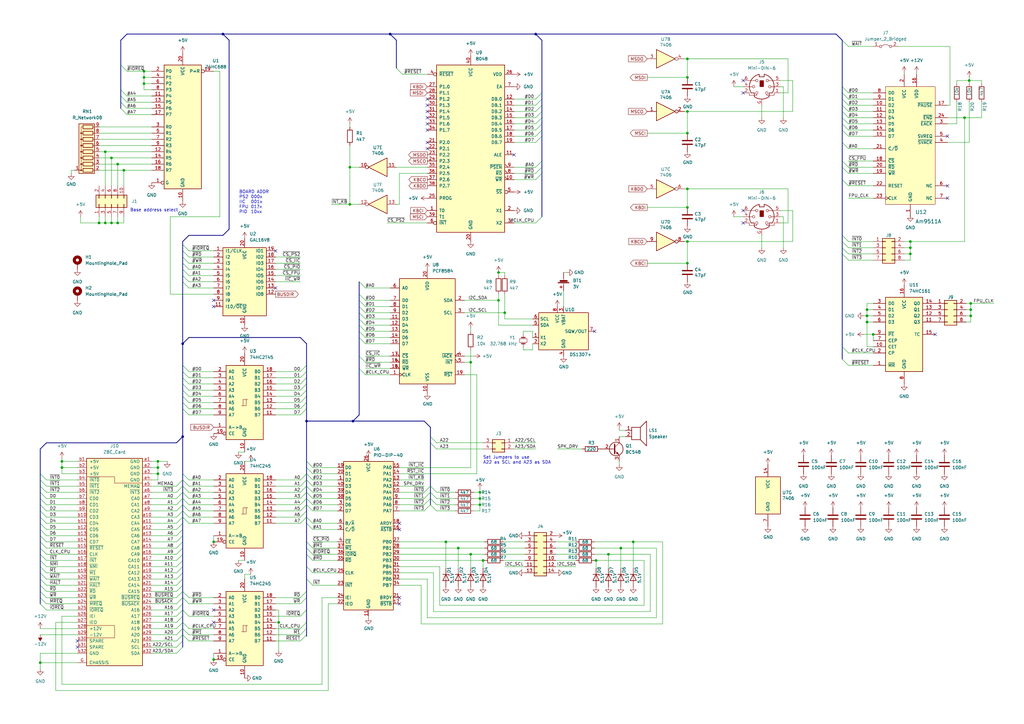
<source format=kicad_sch>
(kicad_sch (version 20230121) (generator eeschema)
  (paper "A3")
  (title_block (title "Z8C MIO Board") (date "2022-10-10") (rev "3") (comment 1 "Multi I/O Board for Z8C") (comment 2 "Interrupt-Controller, GPIO, PS2, I2C, RTC, FPU/APU and Speaker"))
  (junction (at 87.63 270.51))
  (junction (at 249.555 227.33))
  (junction (at 355.6 127))
  (junction (at 358.14 137.16))
  (junction (at 254.635 224.79))
  (junction (at 204.47 123.19))
  (junction (at 48.26 91.44))
  (junction (at 64.77 194.31))
  (junction (at 207.01 128.27))
  (junction (at 182.88 222.25))
  (junction (at 219.71 13.97))
  (junction (at 198.12 229.87))
  (junction (at 43.18 91.44))
  (junction (at 143.51 83.82))
  (junction (at 281.94 31.75))
  (junction (at 281.94 107.95))
  (junction (at 43.18 62.23))
  (junction (at 373.38 104.14))
  (junction (at 281.94 99.06))
  (junction (at 281.94 85.09))
  (junction (at 281.94 54.61))
  (junction (at 45.72 64.77))
  (junction (at 48.26 67.31))
  (junction (at 281.94 77.47))
  (junction (at 114.3 255.27))
  (junction (at 398.145 129.54))
  (junction (at 193.04 148.59))
  (junction (at 143.51 68.58))
  (junction (at 50.8 69.85))
  (junction (at 281.94 24.13))
  (junction (at 91.44 13.97))
  (junction (at 160.02 13.97))
  (junction (at 64.77 189.23))
  (junction (at 373.38 99.06))
  (junction (at 45.72 91.44))
  (junction (at 74.93 140.97))
  (junction (at 25.4 189.23))
  (junction (at 187.96 224.79))
  (junction (at 144.78 172.72))
  (junction (at 87.63 222.25))
  (junction (at 398.145 127))
  (junction (at 196.85 204.47))
  (junction (at 397.51 33.02))
  (junction (at 125.73 172.72))
  (junction (at 196.85 207.01))
  (junction (at 395.605 48.26))
  (junction (at 193.04 227.33))
  (junction (at 74.93 179.07))
  (junction (at 281.94 45.72))
  (junction (at 40.64 91.44))
  (junction (at 355.6 129.54))
  (junction (at 25.4 191.77))
  (junction (at 59.055 31.75))
  (junction (at 204.47 111.76))
  (junction (at 259.715 222.25))
  (junction (at 64.77 191.77))
  (junction (at 16.51 271.78))
  (junction (at 59.055 34.29))
  (junction (at 244.475 229.87))
  (junction (at 398.145 124.46))
  (junction (at 355.6 132.08))
  (junction (at 196.85 201.93))
  (junction (at 373.38 101.6))
  (junction (at 59.055 29.21))
  (no_connect (at 87.63 123.19))
  (no_connect (at 87.63 125.73))
  (no_connect (at 163.83 214.63))
  (no_connect (at 163.83 217.17))
  (no_connect (at 163.83 245.11))
  (no_connect (at 163.83 247.65))
  (no_connect (at 113.03 118.11))
  (no_connect (at 388.62 76.2))
  (no_connect (at 388.62 81.28))
  (no_connect (at 388.62 55.88))
  (no_connect (at 175.26 45.72))
  (no_connect (at 175.26 60.96))
  (no_connect (at 175.26 58.42))
  (no_connect (at 31.75 262.89))
  (no_connect (at 87.63 255.27))
  (no_connect (at 87.63 250.19))
  (no_connect (at 175.26 40.64))
  (no_connect (at 304.8 91.44))
  (no_connect (at 304.8 33.02))
  (no_connect (at 304.8 86.36))
  (no_connect (at 383.54 137.16))
  (no_connect (at 175.26 48.26))
  (no_connect (at 175.26 43.18))
  (no_connect (at 304.8 38.1))
  (no_connect (at 113.03 102.87))
  (no_connect (at 243.84 135.89))
  (no_connect (at 31.75 265.43))
  (no_connect (at 210.82 63.5))
  (no_connect (at 175.26 50.8))
  (no_connect (at 175.26 53.34))
  (bus_entry (at 176.53 199.39) (size 2.54 2.54))
  (bus_entry (at 19.05 212.09) (size -2.54 -2.54))
  (bus_entry (at 74.93 219.71) (size -2.54 2.54))
  (bus_entry (at 149.86 125.73) (size -2.54 -2.54))
  (bus_entry (at 77.47 165.1) (size -2.54 -2.54))
  (bus_entry (at 123.19 165.1) (size 2.54 -2.54))
  (bus_entry (at 347.98 45.72) (size -2.54 -2.54))
  (bus_entry (at 125.73 207.01) (size -2.54 2.54))
  (bus_entry (at 16.51 222.25) (size 2.54 2.54))
  (bus_entry (at 125.73 237.49) (size 2.54 2.54))
  (bus_entry (at 128.27 209.55) (size -2.54 -2.54))
  (bus_entry (at 222.25 68.58) (size -2.54 2.54))
  (bus_entry (at 19.05 207.01) (size -2.54 -2.54))
  (bus_entry (at 74.93 257.81) (size -2.54 2.54))
  (bus_entry (at 128.27 196.85) (size -2.54 -2.54))
  (bus_entry (at 74.93 242.57) (size -2.54 2.54))
  (bus_entry (at 74.93 245.11) (size -2.54 2.54))
  (bus_entry (at 176.53 207.01) (size -2.54 2.54))
  (bus_entry (at 219.71 43.18) (size 2.54 -2.54))
  (bus_entry (at 74.93 105.41) (size 2.54 2.54))
  (bus_entry (at 77.47 152.4) (size -2.54 -2.54))
  (bus_entry (at 49.53 26.67) (size 2.54 2.54))
  (bus_entry (at 49.53 36.83) (size 2.54 2.54))
  (bus_entry (at 219.71 55.88) (size 2.54 -2.54))
  (bus_entry (at 125.73 199.39) (size -2.54 2.54))
  (bus_entry (at 347.98 38.1) (size -2.54 -2.54))
  (bus_entry (at 123.19 170.18) (size 2.54 -2.54))
  (bus_entry (at 128.27 201.93) (size -2.54 -2.54))
  (bus_entry (at 345.44 68.58) (size 2.54 2.54))
  (bus_entry (at 74.93 201.93) (size 2.54 2.54))
  (bus_entry (at 147.32 115.57) (size 2.54 2.54))
  (bus_entry (at 74.93 201.93) (size -2.54 2.54))
  (bus_entry (at 125.73 222.25) (size 2.54 2.54))
  (bus_entry (at 347.98 55.88) (size -2.54 -2.54))
  (bus_entry (at 345.44 147.32) (size 2.54 2.54))
  (bus_entry (at 162.56 27.94) (size 2.54 2.54))
  (bus_entry (at 125.73 245.11) (size -2.54 2.54))
  (bus_entry (at 74.93 199.39) (size 2.54 2.54))
  (bus_entry (at 345.44 73.66) (size 2.54 2.54))
  (bus_entry (at 74.93 212.09) (size 2.54 2.54))
  (bus_entry (at 176.53 181.61) (size 2.54 2.54))
  (bus_entry (at 19.05 209.55) (size -2.54 -2.54))
  (bus_entry (at 219.71 53.34) (size 2.54 -2.54))
  (bus_entry (at 74.93 227.33) (size -2.54 2.54))
  (bus_entry (at 125.73 204.47) (size -2.54 2.54))
  (bus_entry (at 147.32 146.05) (size 2.54 2.54))
  (bus_entry (at 74.93 260.35) (size 2.54 2.54))
  (bus_entry (at 16.51 227.33) (size 2.54 2.54))
  (bus_entry (at 219.71 40.64) (size 2.54 -2.54))
  (bus_entry (at 77.47 167.64) (size -2.54 -2.54))
  (bus_entry (at 149.86 135.89) (size -2.54 -2.54))
  (bus_entry (at 16.51 237.49) (size 2.54 2.54))
  (bus_entry (at 345.44 58.42) (size 2.54 2.54))
  (bus_entry (at 149.86 130.81) (size -2.54 -2.54))
  (bus_entry (at 74.93 207.01) (size -2.54 2.54))
  (bus_entry (at 16.51 234.95) (size 2.54 2.54))
  (bus_entry (at 77.47 170.18) (size -2.54 -2.54))
  (bus_entry (at 347.98 48.26) (size -2.54 -2.54))
  (bus_entry (at 74.93 232.41) (size -2.54 2.54))
  (bus_entry (at 77.47 160.02) (size -2.54 -2.54))
  (bus_entry (at 123.19 157.48) (size 2.54 -2.54))
  (bus_entry (at 345.44 96.52) (size 2.54 2.54))
  (bus_entry (at 74.93 240.03) (size -2.54 2.54))
  (bus_entry (at 125.73 227.33) (size 2.54 2.54))
  (bus_entry (at 74.93 224.79) (size -2.54 2.54))
  (bus_entry (at 74.93 247.65) (size -2.54 2.54))
  (bus_entry (at 74.93 250.19) (size -2.54 2.54))
  (bus_entry (at 149.86 140.97) (size -2.54 -2.54))
  (bus_entry (at 74.93 204.47) (size -2.54 2.54))
  (bus_entry (at 77.47 154.94) (size -2.54 -2.54))
  (bus_entry (at 222.25 71.12) (size -2.54 2.54))
  (bus_entry (at 128.27 199.39) (size -2.54 -2.54))
  (bus_entry (at 176.53 207.01) (size 2.54 2.54))
  (bus_entry (at 176.53 204.47) (size 2.54 2.54))
  (bus_entry (at 345.44 101.6) (size 2.54 2.54))
  (bus_entry (at 345.44 142.24) (size 2.54 2.54))
  (bus_entry (at 74.93 237.49) (size -2.54 2.54))
  (bus_entry (at 219.71 45.72) (size 2.54 -2.54))
  (bus_entry (at 77.47 157.48) (size -2.54 -2.54))
  (bus_entry (at 347.98 53.34) (size -2.54 -2.54))
  (bus_entry (at 74.93 250.19) (size 2.54 2.54))
  (bus_entry (at 123.19 162.56) (size 2.54 -2.54))
  (bus_entry (at 149.86 128.27) (size -2.54 -2.54))
  (bus_entry (at 347.98 40.64) (size -2.54 -2.54))
  (bus_entry (at 16.51 199.39) (size 2.54 2.54))
  (bus_entry (at 16.51 194.31) (size 2.54 2.54))
  (bus_entry (at 16.51 196.85) (size 2.54 2.54))
  (bus_entry (at 77.47 162.56) (size -2.54 -2.54))
  (bus_entry (at 147.32 151.13) (size 2.54 2.54))
  (bus_entry (at 128.27 207.01) (size -2.54 -2.54))
  (bus_entry (at 74.93 110.49) (size 2.54 2.54))
  (bus_entry (at 19.05 204.47) (size -2.54 -2.54))
  (bus_entry (at 74.93 102.87) (size 2.54 2.54))
  (bus_entry (at 19.05 217.17) (size -2.54 -2.54))
  (bus_entry (at 16.51 242.57) (size 2.54 2.54))
  (bus_entry (at 128.27 194.31) (size -2.54 -2.54))
  (bus_entry (at 176.53 179.07) (size 2.54 2.54))
  (bus_entry (at 72.39 201.93) (size 2.54 -2.54))
  (bus_entry (at 74.93 212.09) (size -2.54 2.54))
  (bus_entry (at 74.93 204.47) (size 2.54 2.54))
  (bus_entry (at 16.51 229.87) (size 2.54 2.54))
  (bus_entry (at 125.73 257.81) (size -2.54 2.54))
  (bus_entry (at 74.93 262.89) (size -2.54 2.54))
  (bus_entry (at 345.44 104.14) (size 2.54 2.54))
  (bus_entry (at 74.93 234.95) (size -2.54 2.54))
  (bus_entry (at 49.53 39.37) (size 2.54 2.54))
  (bus_entry (at 125.73 201.93) (size -2.54 2.54))
  (bus_entry (at 123.19 160.02) (size 2.54 -2.54))
  (bus_entry (at 222.25 66.04) (size -2.54 2.54))
  (bus_entry (at 176.53 199.39) (size -2.54 2.54))
  (bus_entry (at 16.51 245.11) (size 2.54 2.54))
  (bus_entry (at 176.53 201.93) (size -2.54 2.54))
  (bus_entry (at 125.73 242.57) (size -2.54 2.54))
  (bus_entry (at 49.53 41.91) (size 2.54 2.54))
  (bus_entry (at 345.44 99.06) (size 2.54 2.54))
  (bus_entry (at 345.44 66.04) (size 2.54 2.54))
  (bus_entry (at 74.93 242.57) (size 2.54 2.54))
  (bus_entry (at 16.51 247.65) (size 2.54 2.54))
  (bus_entry (at 74.93 260.35) (size -2.54 2.54))
  (bus_entry (at 74.93 209.55) (size -2.54 2.54))
  (bus_entry (at 74.93 217.17) (size -2.54 2.54))
  (bus_entry (at 125.73 209.55) (size -2.54 2.54))
  (bus_entry (at 74.93 115.57) (size 2.54 2.54))
  (bus_entry (at 125.73 224.79) (size 2.54 2.54))
  (bus_entry (at 74.93 107.95) (size 2.54 2.54))
  (bus_entry (at 74.93 265.43) (size -2.54 2.54))
  (bus_entry (at 149.86 133.35) (size -2.54 -2.54))
  (bus_entry (at 128.27 191.77) (size -2.54 -2.54))
  (bus_entry (at 74.93 214.63) (size -2.54 2.54))
  (bus_entry (at 219.71 50.8) (size 2.54 -2.54))
  (bus_entry (at 49.53 44.45) (size 2.54 2.54))
  (bus_entry (at 19.05 219.71) (size -2.54 -2.54))
  (bus_entry (at 74.93 255.27) (size -2.54 2.54))
  (bus_entry (at 123.19 154.94) (size 2.54 -2.54))
  (bus_entry (at 125.73 194.31) (size -2.54 2.54))
  (bus_entry (at 74.93 245.11) (size 2.54 2.54))
  (bus_entry (at 125.73 196.85) (size -2.54 2.54))
  (bus_entry (at 125.73 232.41) (size 2.54 2.54))
  (bus_entry (at 125.73 212.09) (size -2.54 2.54))
  (bus_entry (at 347.98 43.18) (size -2.54 -2.54))
  (bus_entry (at 16.51 224.79) (size 2.54 2.54))
  (bus_entry (at 19.05 214.63) (size -2.54 -2.54))
  (bus_entry (at 74.93 194.31) (size 2.54 2.54))
  (bus_entry (at 74.93 207.01) (size 2.54 2.54))
  (bus_entry (at 16.51 240.03) (size 2.54 2.54))
  (bus_entry (at 74.93 252.73) (size -2.54 2.54))
  (bus_entry (at 125.73 260.35) (size -2.54 2.54))
  (bus_entry (at 123.19 167.64) (size 2.54 -2.54))
  (bus_entry (at 222.25 88.9) (size -2.54 2.54))
  (bus_entry (at 74.93 100.33) (size 2.54 2.54))
  (bus_entry (at 176.53 201.93) (size 2.54 2.54))
  (bus_entry (at 74.93 229.87) (size -2.54 2.54))
  (bus_entry (at 125.73 255.27) (size -2.54 2.54))
  (bus_entry (at 219.71 48.26) (size 2.54 -2.54))
  (bus_entry (at 74.93 222.25) (size -2.54 2.54))
  (bus_entry (at 347.98 50.8) (size -2.54 -2.54))
  (bus_entry (at 125.73 250.19) (size -2.54 2.54))
  (bus_entry (at 125.73 212.09) (size 2.54 2.54))
  (bus_entry (at 74.93 257.81) (size 2.54 2.54))
  (bus_entry (at 74.93 209.55) (size 2.54 2.54))
  (bus_entry (at 149.86 123.19) (size -2.54 -2.54))
  (bus_entry (at 176.53 204.47) (size -2.54 2.54))
  (bus_entry (at 72.39 199.39) (size 2.54 -2.54))
  (bus_entry (at 125.73 214.63) (size 2.54 2.54))
  (bus_entry (at 74.93 113.03) (size 2.54 2.54))
  (bus_entry (at 74.93 255.27) (size 2.54 2.54))
  (bus_entry (at 74.93 196.85) (size 2.54 2.54))
  (bus_entry (at 219.71 58.42) (size 2.54 -2.54))
  (bus_entry (at 16.51 232.41) (size 2.54 2.54))
  (bus_entry (at 128.27 204.47) (size -2.54 -2.54))
  (bus_entry (at 19.05 222.25) (size -2.54 -2.54))
  (bus_entry (at 345.44 16.51) (size 2.54 2.54))
  (bus_entry (at 149.86 138.43) (size -2.54 -2.54))
  (bus_entry (at 123.19 152.4) (size 2.54 -2.54))
  (wire (pts (xy 114.3 255.27) (xy 114.3 266.7)))
  (bus (pts (xy 345.44 99.06) (xy 345.44 101.6)))
  (wire (pts (xy 190.5 148.59) (xy 193.04 148.59)))
  (wire (pts (xy 402.59 48.26) (xy 402.59 41.91)))
  (bus (pts (xy 16.51 219.71) (xy 16.51 217.17)))
  (wire (pts (xy 375.92 30.48) (xy 375.92 29.845)))
  (wire (pts (xy 151.13 186.69) (xy 151.13 187.325)))
  (wire (pts (xy 207.01 111.76) (xy 207.01 113.03)))
  (wire (pts (xy 398.145 132.08) (xy 398.145 129.54)))
  (wire (pts (xy 77.47 199.39) (xy 87.63 199.39)))
  (bus (pts (xy 16.51 242.57) (xy 16.51 245.11)))
  (wire (pts (xy 72.39 245.11) (xy 62.23 245.11)))
  (wire (pts (xy 113.03 162.56) (xy 123.19 162.56)))
  (bus (pts (xy 74.93 167.64) (xy 74.93 179.07)))
  (wire (pts (xy 113.03 260.35) (xy 123.19 260.35)))
  (wire (pts (xy 77.47 165.1) (xy 87.63 165.1)))
  (wire (pts (xy 163.83 224.79) (xy 187.96 224.79)))
  (wire (pts (xy 187.96 224.79) (xy 187.96 233.045)))
  (bus (pts (xy 147.32 138.43) (xy 147.32 146.05)))
  (wire (pts (xy 128.27 214.63) (xy 138.43 214.63)))
  (bus (pts (xy 345.44 53.34) (xy 345.44 58.42)))
  (wire (pts (xy 77.47 102.87) (xy 87.63 102.87)))
  (wire (pts (xy 19.05 212.09) (xy 31.75 212.09)))
  (wire (pts (xy 219.71 91.44) (xy 210.82 91.44)))
  (wire (pts (xy 281.94 77.47) (xy 323.215 77.47)))
  (wire (pts (xy 355.6 132.08) (xy 355.6 129.54)))
  (wire (pts (xy 25.4 252.73) (xy 25.4 280.67)))
  (wire (pts (xy 259.715 222.25) (xy 259.715 233.045)))
  (wire (pts (xy 389.636 19.05) (xy 368.3 19.05)))
  (bus (pts (xy 345.44 104.14) (xy 345.44 142.24)))
  (wire (pts (xy 40.64 52.07) (xy 62.23 52.07)))
  (wire (pts (xy 158.75 91.44) (xy 175.26 91.44)))
  (wire (pts (xy 204.47 113.03) (xy 204.47 111.76)))
  (bus (pts (xy 125.73 201.93) (xy 125.73 199.39)))
  (wire (pts (xy 19.05 224.79) (xy 31.75 224.79)))
  (wire (pts (xy 177.8 234.95) (xy 177.8 250.825)))
  (wire (pts (xy 72.39 217.17) (xy 62.23 217.17)))
  (wire (pts (xy 218.44 135.89) (xy 218.44 138.43)))
  (wire (pts (xy 50.8 69.85) (xy 50.8 76.2)))
  (wire (pts (xy 123.19 196.85) (xy 113.03 196.85)))
  (wire (pts (xy 323.215 24.13) (xy 323.215 38.1)))
  (wire (pts (xy 219.71 55.88) (xy 210.82 55.88)))
  (wire (pts (xy 113.03 167.64) (xy 123.19 167.64)))
  (wire (pts (xy 320.04 88.9) (xy 321.31 88.9)))
  (wire (pts (xy 206.375 227.33) (xy 215.265 227.33)))
  (wire (pts (xy 396.24 132.08) (xy 398.145 132.08)))
  (wire (pts (xy 19.05 214.63) (xy 31.75 214.63)))
  (wire (pts (xy 45.72 64.77) (xy 62.23 64.77)))
  (wire (pts (xy 373.38 104.14) (xy 373.38 101.6)))
  (wire (pts (xy 207.01 120.65) (xy 207.01 128.27)))
  (wire (pts (xy 149.86 151.13) (xy 160.02 151.13)))
  (wire (pts (xy 321.31 88.9) (xy 321.31 101.6)))
  (bus (pts (xy 74.93 237.49) (xy 74.93 234.95)))
  (wire (pts (xy 128.27 207.01) (xy 138.43 207.01)))
  (bus (pts (xy 345.44 45.72) (xy 345.44 43.18)))
  (wire (pts (xy 347.98 99.06) (xy 358.14 99.06)))
  (wire (pts (xy 254 189.23) (xy 254 190.5)))
  (bus (pts (xy 147.32 146.05) (xy 147.32 151.13)))
  (wire (pts (xy 373.38 88.9) (xy 373.38 88.265)))
  (wire (pts (xy 323.215 91.44) (xy 320.04 91.44)))
  (wire (pts (xy 48.26 67.31) (xy 48.26 76.2)))
  (bus (pts (xy 74.93 140.97) (xy 74.93 149.86)))
  (wire (pts (xy 134.62 247.65) (xy 138.43 247.65)))
  (bus (pts (xy 74.93 224.79) (xy 74.93 222.25)))
  (bus (pts (xy 222.25 43.18) (xy 222.25 45.72)))
  (bus (pts (xy 125.73 232.41) (xy 125.73 237.49)))
  (bus (pts (xy 125.73 257.81) (xy 125.73 260.35)))
  (wire (pts (xy 163.83 237.49) (xy 175.26 237.49)))
  (wire (pts (xy 128.27 201.93) (xy 138.43 201.93)))
  (bus (pts (xy 49.53 39.37) (xy 49.53 36.83)))
  (wire (pts (xy 16.51 267.97) (xy 31.75 267.97)))
  (wire (pts (xy 355.6 132.08) (xy 355.6 142.24)))
  (bus (pts (xy 74.93 232.41) (xy 74.93 229.87)))
  (wire (pts (xy 72.39 219.71) (xy 62.23 219.71)))
  (wire (pts (xy 347.98 43.18) (xy 358.14 43.18)))
  (wire (pts (xy 269.24 253.365) (xy 269.24 224.79)))
  (wire (pts (xy 77.47 105.41) (xy 87.63 105.41)))
  (wire (pts (xy 179.07 209.55) (xy 186.69 209.55)))
  (wire (pts (xy 373.38 101.6) (xy 373.38 99.06)))
  (bus (pts (xy 345.44 38.1) (xy 345.44 40.64)))
  (wire (pts (xy 77.47 157.48) (xy 87.63 157.48)))
  (bus (pts (xy 16.51 199.39) (xy 16.51 201.93)))
  (wire (pts (xy 219.71 53.34) (xy 210.82 53.34)))
  (wire (pts (xy 77.47 201.93) (xy 87.63 201.93)))
  (bus (pts (xy 74.93 149.86) (xy 74.93 152.4)))
  (wire (pts (xy 64.77 194.31) (xy 64.77 191.77)))
  (bus (pts (xy 345.44 101.6) (xy 345.44 104.14)))
  (wire (pts (xy 149.86 135.89) (xy 160.02 135.89)))
  (wire (pts (xy 204.47 133.35) (xy 218.44 133.35)))
  (wire (pts (xy 52.07 44.45) (xy 62.23 44.45)))
  (wire (pts (xy 243.84 229.87) (xy 244.475 229.87)))
  (bus (pts (xy 74.93 154.94) (xy 74.93 157.48)))
  (wire (pts (xy 172.72 240.03) (xy 172.72 255.905)))
  (wire (pts (xy 128.27 199.39) (xy 138.43 199.39)))
  (wire (pts (xy 25.4 191.77) (xy 25.4 194.31)))
  (wire (pts (xy 347.98 60.96) (xy 358.14 60.96)))
  (wire (pts (xy 123.19 207.01) (xy 113.03 207.01)))
  (wire (pts (xy 151.13 252.73) (xy 151.13 253.365)))
  (bus (pts (xy 222.25 38.1) (xy 222.25 16.51)))
  (wire (pts (xy 163.83 232.41) (xy 180.34 232.41)))
  (bus (pts (xy 74.93 107.95) (xy 74.93 110.49)))
  (wire (pts (xy 19.05 240.03) (xy 31.75 240.03)))
  (bus (pts (xy 147.32 130.81) (xy 147.32 128.27)))
  (wire (pts (xy 19.05 209.55) (xy 31.75 209.55)))
  (wire (pts (xy 354.33 137.16) (xy 358.14 137.16)))
  (bus (pts (xy 16.51 207.01) (xy 16.51 204.47)))
  (wire (pts (xy 347.98 66.04) (xy 358.14 66.04)))
  (bus (pts (xy 222.25 48.26) (xy 222.25 45.72)))
  (wire (pts (xy 72.39 247.65) (xy 62.23 247.65)))
  (wire (pts (xy 281.94 99.06) (xy 281.94 107.95)))
  (wire (pts (xy 19.05 199.39) (xy 31.75 199.39)))
  (wire (pts (xy 25.4 191.77) (xy 25.4 189.23)))
  (bus (pts (xy 144.78 172.72) (xy 173.99 172.72)))
  (wire (pts (xy 195.58 194.31) (xy 195.58 153.67)))
  (wire (pts (xy 72.39 229.87) (xy 62.23 229.87)))
  (wire (pts (xy 190.5 123.19) (xy 204.47 123.19)))
  (wire (pts (xy 149.86 140.97) (xy 160.02 140.97)))
  (wire (pts (xy 22.86 255.27) (xy 22.86 283.21)))
  (wire (pts (xy 72.39 234.95) (xy 62.23 234.95)))
  (wire (pts (xy 77.47 107.95) (xy 87.63 107.95)))
  (wire (pts (xy 398.145 129.54) (xy 396.24 129.54)))
  (wire (pts (xy 149.86 125.73) (xy 160.02 125.73)))
  (bus (pts (xy 16.51 219.71) (xy 16.51 222.25)))
  (wire (pts (xy 123.19 201.93) (xy 113.03 201.93)))
  (wire (pts (xy 64.77 189.23) (xy 68.58 189.23)))
  (wire (pts (xy 163.83 191.77) (xy 193.04 191.77)))
  (wire (pts (xy 175.26 237.49) (xy 175.26 253.365)))
  (wire (pts (xy 52.07 46.99) (xy 62.23 46.99)))
  (wire (pts (xy 206.375 229.87) (xy 215.265 229.87)))
  (wire (pts (xy 48.26 88.9) (xy 48.26 91.44)))
  (wire (pts (xy 347.98 48.26) (xy 358.14 48.26)))
  (bus (pts (xy 147.32 135.89) (xy 147.32 133.35)))
  (wire (pts (xy 173.99 196.85) (xy 163.83 196.85)))
  (bus (pts (xy 74.93 260.35) (xy 74.93 257.81)))
  (wire (pts (xy 281.94 45.72) (xy 281.94 54.61)))
  (wire (pts (xy 207.01 130.81) (xy 218.44 130.81)))
  (bus (pts (xy 176.53 199.39) (xy 176.53 201.93)))
  (wire (pts (xy 77.47 252.73) (xy 87.63 252.73)))
  (wire (pts (xy 392.43 34.29) (xy 392.43 33.02)))
  (wire (pts (xy 163.83 209.55) (xy 173.99 209.55)))
  (wire (pts (xy 227.965 222.25) (xy 236.22 222.25)))
  (wire (pts (xy 214.63 143.51) (xy 218.44 143.51)))
  (bus (pts (xy 147.32 123.19) (xy 147.32 125.73)))
  (bus (pts (xy 49.53 44.45) (xy 49.53 41.91)))
  (bus (pts (xy 74.93 110.49) (xy 74.93 113.03)))
  (wire (pts (xy 113.03 160.02) (xy 123.19 160.02)))
  (bus (pts (xy 345.44 40.64) (xy 345.44 43.18)))
  (bus (pts (xy 345.44 35.56) (xy 345.44 38.1)))
  (wire (pts (xy 219.71 181.61) (xy 210.82 181.61)))
  (wire (pts (xy 25.4 189.23) (xy 31.75 189.23)))
  (wire (pts (xy 90.17 29.21) (xy 87.63 29.21)))
  (wire (pts (xy 392.43 50.8) (xy 392.43 41.91)))
  (wire (pts (xy 243.84 227.33) (xy 249.555 227.33)))
  (wire (pts (xy 194.31 209.55) (xy 196.85 209.55)))
  (wire (pts (xy 227.965 232.41) (xy 236.22 232.41)))
  (bus (pts (xy 125.73 209.55) (xy 125.73 212.09)))
  (wire (pts (xy 163.83 204.47) (xy 173.99 204.47)))
  (bus (pts (xy 125.73 167.64) (xy 125.73 172.72)))
  (bus (pts (xy 74.93 207.01) (xy 74.93 204.47)))
  (bus (pts (xy 222.25 53.34) (xy 222.25 50.8)))
  (bus (pts (xy 91.44 13.97) (xy 160.02 13.97)))
  (wire (pts (xy 244.475 229.87) (xy 244.475 233.045)))
  (wire (pts (xy 300.99 35.56) (xy 304.8 35.56)))
  (wire (pts (xy 40.64 62.23) (xy 43.18 62.23)))
  (wire (pts (xy 347.98 71.12) (xy 358.14 71.12)))
  (bus (pts (xy 52.07 13.97) (xy 91.44 13.97)))
  (bus (pts (xy 345.44 96.52) (xy 345.44 99.06)))
  (wire (pts (xy 25.4 194.31) (xy 31.75 194.31)))
  (wire (pts (xy 163.83 194.31) (xy 195.58 194.31)))
  (wire (pts (xy 40.64 69.85) (xy 50.8 69.85)))
  (bus (pts (xy 345.44 16.51) (xy 345.44 35.56)))
  (wire (pts (xy 206.375 222.25) (xy 215.265 222.25)))
  (wire (pts (xy 40.64 64.77) (xy 45.72 64.77)))
  (wire (pts (xy 163.83 229.87) (xy 198.12 229.87)))
  (bus (pts (xy 74.93 196.85) (xy 74.93 199.39)))
  (wire (pts (xy 194.31 146.05) (xy 190.5 146.05)))
  (wire (pts (xy 149.86 133.35) (xy 160.02 133.35)))
  (wire (pts (xy 87.63 120.65) (xy 69.85 120.65)))
  (wire (pts (xy 19.05 227.33) (xy 31.75 227.33)))
  (wire (pts (xy 123.19 209.55) (xy 113.03 209.55)))
  (wire (pts (xy 218.44 143.51) (xy 218.44 140.97)))
  (wire (pts (xy 175.26 71.12) (xy 163.83 71.12)))
  (wire (pts (xy 163.83 71.12) (xy 163.83 83.82)))
  (bus (pts (xy 147.32 115.57) (xy 147.32 120.65)))
  (bus (pts (xy 74.93 194.31) (xy 74.93 196.85)))
  (wire (pts (xy 132.08 245.11) (xy 138.43 245.11)))
  (wire (pts (xy 143.51 59.69) (xy 143.51 68.58)))
  (bus (pts (xy 74.93 105.41) (xy 74.93 107.95)))
  (bus (pts (xy 125.73 237.49) (xy 125.73 242.57)))
  (bus (pts (xy 16.51 224.79) (xy 16.51 227.33)))
  (wire (pts (xy 347.98 104.14) (xy 358.14 104.14)))
  (wire (pts (xy 196.85 201.93) (xy 196.85 204.47)))
  (bus (pts (xy 222.25 40.64) (xy 222.25 43.18)))
  (wire (pts (xy 219.71 48.26) (xy 210.82 48.26)))
  (wire (pts (xy 215.265 232.41) (xy 207.01 232.41)))
  (wire (pts (xy 219.71 58.42) (xy 210.82 58.42)))
  (wire (pts (xy 64.77 191.77) (xy 64.77 189.23)))
  (wire (pts (xy 396.24 124.46) (xy 398.145 124.46)))
  (wire (pts (xy 16.51 274.32) (xy 16.51 271.78)))
  (wire (pts (xy 19.05 219.71) (xy 31.75 219.71)))
  (wire (pts (xy 77.47 196.85) (xy 87.63 196.85)))
  (wire (pts (xy 128.27 234.95) (xy 138.43 234.95)))
  (bus (pts (xy 74.93 250.19) (xy 74.93 247.65)))
  (wire (pts (xy 323.215 77.47) (xy 323.215 91.44)))
  (wire (pts (xy 77.47 162.56) (xy 87.63 162.56)))
  (bus (pts (xy 125.73 167.64) (xy 125.73 165.1)))
  (wire (pts (xy 128.27 191.77) (xy 138.43 191.77)))
  (wire (pts (xy 72.39 262.89) (xy 62.23 262.89)))
  (bus (pts (xy 125.73 245.11) (xy 125.73 250.19)))
  (wire (pts (xy 123.19 204.47) (xy 113.03 204.47)))
  (bus (pts (xy 93.98 93.98) (xy 93.98 16.51)))
  (wire (pts (xy 69.85 88.9) (xy 90.17 88.9)))
  (wire (pts (xy 149.86 128.27) (xy 160.02 128.27)))
  (wire (pts (xy 72.39 257.81) (xy 62.23 257.81)))
  (bus (pts (xy 16.51 240.03) (xy 16.51 242.57)))
  (wire (pts (xy 182.88 233.045) (xy 182.88 222.25)))
  (wire (pts (xy 128.27 222.25) (xy 138.43 222.25)))
  (wire (pts (xy 22.86 283.21) (xy 134.62 283.21)))
  (wire (pts (xy 312.42 101.6) (xy 312.42 96.52)))
  (bus (pts (xy 74.93 162.56) (xy 74.93 160.02)))
  (bus (pts (xy 49.53 26.67) (xy 49.53 36.83)))
  (wire (pts (xy 347.98 45.72) (xy 358.14 45.72)))
  (bus (pts (xy 162.56 16.51) (xy 160.02 13.97)))
  (wire (pts (xy 163.83 222.25) (xy 182.88 222.25)))
  (wire (pts (xy 97.79 229.87) (xy 100.33 229.87)))
  (wire (pts (xy 395.605 48.26) (xy 395.605 99.06)))
  (wire (pts (xy 193.04 135.89) (xy 193.04 134.62)))
  (wire (pts (xy 398.145 127) (xy 398.145 129.54)))
  (wire (pts (xy 123.19 214.63) (xy 113.03 214.63)))
  (wire (pts (xy 72.39 255.27) (xy 62.23 255.27)))
  (wire (pts (xy 77.47 204.47) (xy 87.63 204.47)))
  (wire (pts (xy 232.41 111.76) (xy 231.14 111.76)))
  (bus (pts (xy 125.73 212.09) (xy 125.73 214.63)))
  (wire (pts (xy 77.47 160.02) (xy 87.63 160.02)))
  (wire (pts (xy 64.77 196.85) (xy 64.77 194.31)))
  (wire (pts (xy 59.055 29.21) (xy 62.23 29.21)))
  (wire (pts (xy 16.51 271.78) (xy 31.75 271.78)))
  (bus (pts (xy 173.99 172.72) (xy 176.53 175.26)))
  (wire (pts (xy 128.27 196.85) (xy 138.43 196.85)))
  (wire (pts (xy 72.39 209.55) (xy 62.23 209.55)))
  (wire (pts (xy 214.63 135.89) (xy 214.63 137.16)))
  (bus (pts (xy 125.73 199.39) (xy 125.73 196.85)))
  (bus (pts (xy 74.93 99.06) (xy 77.47 96.52)))
  (wire (pts (xy 62.23 189.23) (xy 64.77 189.23)))
  (wire (pts (xy 72.39 237.49) (xy 62.23 237.49)))
  (wire (pts (xy 402.59 33.02) (xy 402.59 34.29)))
  (bus (pts (xy 77.47 96.52) (xy 91.44 96.52)))
  (wire (pts (xy 113.03 110.49) (xy 123.19 110.49)))
  (wire (pts (xy 72.39 267.97) (xy 62.23 267.97)))
  (wire (pts (xy 193.04 191.77) (xy 193.04 148.59)))
  (wire (pts (xy 31.75 191.77) (xy 25.4 191.77)))
  (bus (pts (xy 16.51 194.31) (xy 16.51 196.85)))
  (wire (pts (xy 77.47 167.64) (xy 87.63 167.64)))
  (wire (pts (xy 280.67 77.47) (xy 281.94 77.47)))
  (wire (pts (xy 72.39 222.25) (xy 62.23 222.25)))
  (wire (pts (xy 72.39 232.41) (xy 62.23 232.41)))
  (bus (pts (xy 16.51 227.33) (xy 16.51 229.87)))
  (wire (pts (xy 325.12 45.72) (xy 325.12 33.02)))
  (bus (pts (xy 125.73 154.94) (xy 125.73 152.4)))
  (wire (pts (xy 219.71 50.8) (xy 210.82 50.8)))
  (wire (pts (xy 281.94 77.47) (xy 281.94 85.09)))
  (bus (pts (xy 222.25 68.58) (xy 222.25 71.12)))
  (wire (pts (xy 281.94 31.75) (xy 265.43 31.75)))
  (wire (pts (xy 190.5 153.67) (xy 195.58 153.67)))
  (wire (pts (xy 281.94 24.13) (xy 281.94 31.75)))
  (bus (pts (xy 345.44 48.26) (xy 345.44 45.72)))
  (wire (pts (xy 149.86 118.11) (xy 160.02 118.11)))
  (wire (pts (xy 373.38 99.06) (xy 395.605 99.06)))
  (wire (pts (xy 163.83 240.03) (xy 172.72 240.03)))
  (bus (pts (xy 74.93 115.57) (xy 74.93 140.97)))
  (wire (pts (xy 193.04 227.33) (xy 193.04 233.045)))
  (bus (pts (xy 16.51 204.47) (xy 16.51 201.93)))
  (wire (pts (xy 40.64 54.61) (xy 62.23 54.61)))
  (wire (pts (xy 280.67 99.06) (xy 281.94 99.06)))
  (wire (pts (xy 40.64 88.9) (xy 40.64 91.44)))
  (wire (pts (xy 266.7 250.825) (xy 266.7 227.33)))
  (wire (pts (xy 19.05 204.47) (xy 31.75 204.47)))
  (wire (pts (xy 19.05 222.25) (xy 31.75 222.25)))
  (wire (pts (xy 179.07 207.01) (xy 186.69 207.01)))
  (bus (pts (xy 16.51 234.95) (xy 16.51 237.49)))
  (bus (pts (xy 16.51 222.25) (xy 16.51 224.79)))
  (bus (pts (xy 74.93 250.19) (xy 74.93 252.73)))
  (wire (pts (xy 77.47 214.63) (xy 87.63 214.63)))
  (bus (pts (xy 345.44 53.34) (xy 345.44 50.8)))
  (wire (pts (xy 149.86 123.19) (xy 160.02 123.19)))
  (wire (pts (xy 149.86 153.67) (xy 160.02 153.67)))
  (wire (pts (xy 72.39 252.73) (xy 62.23 252.73)))
  (bus (pts (xy 16.51 214.63) (xy 16.51 212.09)))
  (wire (pts (xy 198.12 229.87) (xy 198.12 233.045)))
  (wire (pts (xy 281.94 24.13) (xy 323.215 24.13)))
  (wire (pts (xy 100.33 189.23) (xy 102.87 189.23)))
  (wire (pts (xy 19.05 250.19) (xy 31.75 250.19)))
  (wire (pts (xy 300.99 88.9) (xy 304.8 88.9)))
  (wire (pts (xy 219.71 68.58) (xy 210.82 68.58)))
  (wire (pts (xy 114.3 250.19) (xy 114.3 255.27)))
  (bus (pts (xy 345.44 147.32) (xy 345.44 142.24)))
  (bus (pts (xy 16.51 209.55) (xy 16.51 207.01)))
  (wire (pts (xy 354.33 129.54) (xy 355.6 129.54)))
  (wire (pts (xy 77.47 262.89) (xy 87.63 262.89)))
  (wire (pts (xy 280.67 24.13) (xy 281.94 24.13)))
  (wire (pts (xy 227.965 229.87) (xy 236.22 229.87)))
  (wire (pts (xy 271.78 255.905) (xy 271.78 222.25)))
  (wire (pts (xy 62.23 31.75) (xy 59.055 31.75)))
  (bus (pts (xy 16.51 196.85) (xy 16.51 199.39)))
  (wire (pts (xy 19.05 234.95) (xy 31.75 234.95)))
  (wire (pts (xy 373.38 99.06) (xy 370.84 99.06)))
  (wire (pts (xy 134.62 283.21) (xy 134.62 247.65)))
  (wire (pts (xy 163.83 207.01) (xy 173.99 207.01)))
  (wire (pts (xy 347.98 68.58) (xy 358.14 68.58)))
  (wire (pts (xy 256.54 179.07) (xy 254 179.07)))
  (wire (pts (xy 113.03 250.19) (xy 114.3 250.19)))
  (wire (pts (xy 77.47 113.03) (xy 87.63 113.03)))
  (bus (pts (xy 125.73 140.97) (xy 125.73 149.86)))
  (wire (pts (xy 77.47 209.55) (xy 87.63 209.55)))
  (wire (pts (xy 388.62 50.8) (xy 392.43 50.8)))
  (wire (pts (xy 62.23 34.29) (xy 59.055 34.29)))
  (wire (pts (xy 25.4 187.96) (xy 25.4 189.23)))
  (bus (pts (xy 125.73 222.25) (xy 125.73 224.79)))
  (wire (pts (xy 90.17 88.9) (xy 90.17 29.21)))
  (wire (pts (xy 347.98 19.05) (xy 358.14 19.05)))
  (bus (pts (xy 74.93 99.06) (xy 74.93 100.33)))
  (bus (pts (xy 345.44 58.42) (xy 345.44 66.04)))
  (bus (pts (xy 74.93 160.02) (xy 74.93 157.48)))
  (wire (pts (xy 321.31 35.56) (xy 321.31 48.26)))
  (bus (pts (xy 222.25 55.88) (xy 222.25 53.34)))
  (bus (pts (xy 74.93 240.03) (xy 74.93 237.49)))
  (wire (pts (xy 113.03 113.03) (xy 123.19 113.03)))
  (bus (pts (xy 72.39 181.61) (xy 74.93 179.07)))
  (bus (pts (xy 16.51 212.09) (xy 16.51 209.55)))
  (wire (pts (xy 214.63 135.89) (xy 218.44 135.89)))
  (bus (pts (xy 125.73 162.56) (xy 125.73 160.02)))
  (wire (pts (xy 16.51 257.81) (xy 31.75 257.81)))
  (bus (pts (xy 125.73 165.1) (xy 125.73 162.56)))
  (bus (pts (xy 125.73 207.01) (xy 125.73 209.55)))
  (wire (pts (xy 281.94 99.06) (xy 325.12 99.06)))
  (wire (pts (xy 113.03 257.81) (xy 123.19 257.81)))
  (wire (pts (xy 69.85 120.65) (xy 69.85 88.9)))
  (wire (pts (xy 77.47 247.65) (xy 87.63 247.65)))
  (bus (pts (xy 74.93 262.89) (xy 74.93 260.35)))
  (wire (pts (xy 128.27 224.79) (xy 138.43 224.79)))
  (wire (pts (xy 370.84 30.48) (xy 370.84 29.845)))
  (bus (pts (xy 74.93 167.64) (xy 74.93 165.1)))
  (wire (pts (xy 193.04 143.51) (xy 193.04 148.59)))
  (wire (pts (xy 128.27 229.87) (xy 138.43 229.87)))
  (wire (pts (xy 196.85 200.66) (xy 196.85 201.93)))
  (bus (pts (xy 74.93 204.47) (xy 74.93 201.93)))
  (wire (pts (xy 388.62 43.18) (xy 389.636 43.18)))
  (wire (pts (xy 52.07 29.21) (xy 59.055 29.21)))
  (wire (pts (xy 59.055 34.29) (xy 59.055 31.75)))
  (bus (pts (xy 125.73 227.33) (xy 125.73 232.41)))
  (wire (pts (xy 128.27 227.33) (xy 138.43 227.33)))
  (wire (pts (xy 128.27 194.31) (xy 138.43 194.31)))
  (wire (pts (xy 40.64 91.44) (xy 43.18 91.44)))
  (bus (pts (xy 74.93 214.63) (xy 74.93 212.09)))
  (bus (pts (xy 123.19 138.43) (xy 125.73 140.97)))
  (wire (pts (xy 72.39 250.19) (xy 62.23 250.19)))
  (wire (pts (xy 249.555 227.33) (xy 266.7 227.33)))
  (wire (pts (xy 395.605 48.26) (xy 402.59 48.26)))
  (wire (pts (xy 113.03 152.4) (xy 123.19 152.4)))
  (bus (pts (xy 74.93 229.87) (xy 74.93 227.33)))
  (bus (pts (xy 16.51 217.17) (xy 16.51 214.63)))
  (wire (pts (xy 113.03 154.94) (xy 123.19 154.94)))
  (bus (pts (xy 49.53 16.51) (xy 52.07 13.97)))
  (bus (pts (xy 91.44 13.97) (xy 93.98 16.51)))
  (wire (pts (xy 19.05 207.01) (xy 31.75 207.01)))
  (bus (pts (xy 147.32 133.35) (xy 147.32 130.81)))
  (bus (pts (xy 16.51 232.41) (xy 16.51 234.95)))
  (wire (pts (xy 392.43 33.02) (xy 397.51 33.02)))
  (bus (pts (xy 125.73 242.57) (xy 125.73 245.11)))
  (wire (pts (xy 179.07 184.15) (xy 198.12 184.15)))
  (wire (pts (xy 347.98 50.8) (xy 358.14 50.8)))
  (wire (pts (xy 280.67 45.72) (xy 281.94 45.72)))
  (bus (pts (xy 125.73 157.48) (xy 125.73 154.94)))
  (wire (pts (xy 87.63 219.71) (xy 87.63 222.25)))
  (wire (pts (xy 187.96 224.79) (xy 198.755 224.79)))
  (wire (pts (xy 355.6 124.46) (xy 358.14 124.46)))
  (wire (pts (xy 373.38 106.68) (xy 373.38 104.14)))
  (wire (pts (xy 231.14 119.38) (xy 231.14 125.73)))
  (wire (pts (xy 347.98 149.86) (xy 358.14 149.86)))
  (wire (pts (xy 72.39 224.79) (xy 62.23 224.79)))
  (wire (pts (xy 347.98 55.88) (xy 358.14 55.88)))
  (wire (pts (xy 190.5 128.27) (xy 207.01 128.27)))
  (wire (pts (xy 196.85 207.01) (xy 196.85 209.55)))
  (wire (pts (xy 207.01 128.27) (xy 207.01 130.81)))
  (bus (pts (xy 125.73 260.35) (xy 125.73 260.985)))
  (bus (pts (xy 342.9 13.97) (xy 345.44 16.51)))
  (wire (pts (xy 244.475 229.87) (xy 264.16 229.87)))
  (wire (pts (xy 143.51 83.82) (xy 147.32 83.82)))
  (wire (pts (xy 370.84 101.6) (xy 373.38 101.6)))
  (wire (pts (xy 50.8 69.85) (xy 62.23 69.85)))
  (wire (pts (xy 43.18 62.23) (xy 62.23 62.23)))
  (bus (pts (xy 74.93 222.25) (xy 74.93 219.71)))
  (wire (pts (xy 113.03 252.73) (xy 123.19 252.73)))
  (bus (pts (xy 345.44 68.58) (xy 345.44 73.66)))
  (wire (pts (xy 72.39 212.09) (xy 62.23 212.09)))
  (wire (pts (xy 77.47 152.4) (xy 87.63 152.4)))
  (wire (pts (xy 162.56 83.82) (xy 163.83 83.82)))
  (wire (pts (xy 128.27 204.47) (xy 138.43 204.47)))
  (bus (pts (xy 91.44 96.52) (xy 93.98 93.98)))
  (wire (pts (xy 177.8 250.825) (xy 266.7 250.825)))
  (bus (pts (xy 125.73 214.63) (xy 125.73 222.25)))
  (bus (pts (xy 222.25 50.8) (xy 222.25 48.26)))
  (wire (pts (xy 16.51 260.35) (xy 31.75 260.35)))
  (wire (pts (xy 123.19 212.09) (xy 113.03 212.09)))
  (bus (pts (xy 345.44 73.66) (xy 345.44 96.52)))
  (bus (pts (xy 144.78 172.72) (xy 125.73 172.72)))
  (wire (pts (xy 97.79 185.42) (xy 100.33 185.42)))
  (bus (pts (xy 125.73 160.02) (xy 125.73 157.48)))
  (wire (pts (xy 77.47 245.11) (xy 87.63 245.11)))
  (bus (pts (xy 176.53 181.61) (xy 176.53 199.39)))
  (wire (pts (xy 77.47 257.81) (xy 87.63 257.81)))
  (bus (pts (xy 125.73 250.19) (xy 125.73 255.27)))
  (wire (pts (xy 355.6 129.54) (xy 355.6 127)))
  (wire (pts (xy 180.34 232.41) (xy 180.34 248.285)))
  (wire (pts (xy 398.145 124.46) (xy 398.145 127)))
  (bus (pts (xy 19.05 181.61) (xy 72.39 181.61)))
  (wire (pts (xy 72.39 207.01) (xy 62.23 207.01)))
  (wire (pts (xy 355.6 129.54) (xy 358.14 129.54)))
  (wire (pts (xy 19.05 232.41) (xy 31.75 232.41)))
  (wire (pts (xy 43.18 88.9) (xy 43.18 91.44)))
  (bus (pts (xy 49.53 41.91) (xy 49.53 39.37)))
  (wire (pts (xy 281.94 85.09) (xy 265.43 85.09)))
  (bus (pts (xy 74.93 212.09) (xy 74.93 209.55)))
  (bus (pts (xy 74.93 234.95) (xy 74.93 232.41)))
  (wire (pts (xy 355.6 127) (xy 355.6 124.46)))
  (wire (pts (xy 100.33 235.585) (xy 102.87 235.585)))
  (wire (pts (xy 347.98 81.28) (xy 358.14 81.28)))
  (wire (pts (xy 355.6 127) (xy 358.14 127)))
  (wire (pts (xy 281.94 107.95) (xy 265.43 107.95)))
  (bus (pts (xy 222.25 66.04) (xy 222.25 68.58)))
  (bus (pts (xy 345.44 50.8) (xy 345.44 48.26)))
  (wire (pts (xy 347.98 101.6) (xy 358.14 101.6)))
  (wire (pts (xy 52.07 41.91) (xy 62.23 41.91)))
  (wire (pts (xy 347.98 38.1) (xy 358.14 38.1)))
  (wire (pts (xy 77.47 115.57) (xy 87.63 115.57)))
  (bus (pts (xy 74.93 219.71) (xy 74.93 217.17)))
  (wire (pts (xy 180.34 248.285) (xy 264.16 248.285)))
  (wire (pts (xy 77.47 212.09) (xy 87.63 212.09)))
  (wire (pts (xy 163.83 201.93) (xy 173.99 201.93)))
  (wire (pts (xy 128.27 209.55) (xy 138.43 209.55)))
  (bus (pts (xy 16.51 237.49) (xy 16.51 240.03)))
  (wire (pts (xy 320.04 35.56) (xy 321.31 35.56)))
  (wire (pts (xy 29.21 69.85) (xy 29.21 71.12)))
  (bus (pts (xy 74.93 199.39) (xy 74.93 201.93)))
  (wire (pts (xy 388.62 58.42) (xy 397.51 58.42)))
  (bus (pts (xy 125.73 207.01) (xy 125.73 204.47)))
  (wire (pts (xy 219.71 73.66) (xy 210.82 73.66)))
  (wire (pts (xy 219.71 40.64) (xy 210.82 40.64)))
  (wire (pts (xy 370.84 106.68) (xy 373.38 106.68)))
  (wire (pts (xy 48.26 91.44) (xy 50.8 91.44)))
  (bus (pts (xy 147.32 120.65) (xy 147.32 123.19)))
  (wire (pts (xy 204.47 111.76) (xy 207.01 111.76)))
  (wire (pts (xy 77.47 110.49) (xy 87.63 110.49)))
  (wire (pts (xy 281.94 45.72) (xy 325.12 45.72)))
  (wire (pts (xy 72.39 214.63) (xy 62.23 214.63)))
  (wire (pts (xy 19.05 196.85) (xy 31.75 196.85)))
  (wire (pts (xy 149.86 130.81) (xy 160.02 130.81)))
  (bus (pts (xy 74.93 255.27) (xy 74.93 252.73)))
  (wire (pts (xy 45.72 64.77) (xy 45.72 76.2)))
  (wire (pts (xy 194.31 201.93) (xy 196.85 201.93)))
  (wire (pts (xy 43.18 62.23) (xy 43.18 76.2)))
  (wire (pts (xy 194.31 207.01) (xy 196.85 207.01)))
  (wire (pts (xy 87.63 267.97) (xy 87.63 270.51)))
  (bus (pts (xy 160.02 13.97) (xy 219.71 13.97)))
  (wire (pts (xy 77.47 154.94) (xy 87.63 154.94)))
  (bus (pts (xy 147.32 151.13) (xy 147.32 170.18)))
  (wire (pts (xy 323.215 38.1) (xy 320.04 38.1)))
  (wire (pts (xy 62.23 199.39) (xy 72.39 199.39)))
  (wire (pts (xy 214.63 142.24) (xy 214.63 143.51)))
  (wire (pts (xy 259.715 222.25) (xy 271.78 222.25)))
  (bus (pts (xy 125.73 191.77) (xy 125.73 194.31)))
  (wire (pts (xy 113.03 115.57) (xy 123.19 115.57)))
  (wire (pts (xy 77.47 170.18) (xy 87.63 170.18)))
  (wire (pts (xy 264.16 229.87) (xy 264.16 248.285)))
  (wire (pts (xy 325.12 99.06) (xy 325.12 86.36)))
  (wire (pts (xy 59.055 31.75) (xy 59.055 29.21)))
  (bus (pts (xy 74.93 217.17) (xy 74.93 214.63)))
  (wire (pts (xy 149.86 148.59) (xy 160.02 148.59)))
  (bus (pts (xy 74.93 152.4) (xy 74.93 154.94)))
  (bus (pts (xy 176.53 175.26) (xy 176.53 179.07)))
  (wire (pts (xy 72.39 204.47) (xy 62.23 204.47)))
  (wire (pts (xy 72.39 260.35) (xy 62.23 260.35)))
  (wire (pts (xy 143.51 68.58) (xy 143.51 83.82)))
  (wire (pts (xy 22.86 255.27) (xy 31.75 255.27)))
  (wire (pts (xy 254 176.53) (xy 254 175.895)))
  (wire (pts (xy 113.03 255.27) (xy 114.3 255.27)))
  (wire (pts (xy 59.055 36.83) (xy 59.055 34.29)))
  (wire (pts (xy 163.83 227.33) (xy 193.04 227.33)))
  (wire (pts (xy 179.07 204.47) (xy 186.69 204.47)))
  (bus (pts (xy 74.93 100.33) (xy 74.93 102.87)))
  (bus (pts (xy 125.73 255.27) (xy 125.73 257.81)))
  (wire (pts (xy 33.02 91.44) (xy 40.64 91.44)))
  (wire (pts (xy 397.51 33.02) (xy 397.51 31.75)))
  (bus (pts (xy 147.32 125.73) (xy 147.32 128.27)))
  (wire (pts (xy 77.47 260.35) (xy 87.63 260.35)))
  (wire (pts (xy 77.47 118.11) (xy 87.63 118.11)))
  (wire (pts (xy 256.54 176.53) (xy 254 176.53)))
  (bus (pts (xy 125.73 189.23) (xy 125.73 191.77)))
  (wire (pts (xy 397.51 34.29) (xy 397.51 33.02)))
  (wire (pts (xy 19.05 217.17) (xy 31.75 217.17)))
  (wire (pts (xy 204.47 123.19) (xy 204.47 133.35)))
  (wire (pts (xy 52.07 39.37) (xy 62.23 39.37)))
  (wire (pts (xy 165.1 30.48) (xy 175.26 30.48)))
  (wire (pts (xy 243.84 222.25) (xy 259.715 222.25)))
  (wire (pts (xy 347.98 76.2) (xy 358.14 76.2)))
  (wire (pts (xy 29.21 69.85) (xy 30.48 69.85)))
  (wire (pts (xy 132.08 280.67) (xy 132.08 245.11)))
  (wire (pts (xy 19.05 245.11) (xy 31.75 245.11)))
  (bus (pts (xy 74.93 209.55) (xy 74.93 207.01)))
  (wire (pts (xy 325.12 86.36) (xy 320.04 86.36)))
  (bus (pts (xy 162.56 16.51) (xy 162.56 27.94)))
  (wire (pts (xy 72.39 227.33) (xy 62.23 227.33)))
  (bus (pts (xy 222.25 16.51) (xy 219.71 13.97)))
  (wire (pts (xy 113.03 157.48) (xy 123.19 157.48)))
  (wire (pts (xy 358.14 139.7) (xy 358.14 137.16)))
  (wire (pts (xy 219.71 43.18) (xy 210.82 43.18)))
  (bus (pts (xy 77.47 138.43) (xy 123.19 138.43)))
  (bus (pts (xy 222.25 71.12) (xy 222.25 88.9)))
  (wire (pts (xy 77.47 207.01) (xy 87.63 207.01)))
  (wire (pts (xy 312.42 48.26) (xy 312.42 43.18)))
  (bus (pts (xy 176.53 204.47) (xy 176.53 207.01)))
  (wire (pts (xy 62.23 191.77) (xy 64.77 191.77)))
  (wire (pts (xy 40.64 57.15) (xy 62.23 57.15)))
  (wire (pts (xy 347.98 106.68) (xy 358.14 106.68)))
  (bus (pts (xy 345.44 66.04) (xy 345.44 68.58)))
  (wire (pts (xy 100.33 235.585) (xy 100.33 237.49)))
  (wire (pts (xy 370.84 104.14) (xy 373.38 104.14)))
  (wire (pts (xy 254.635 224.79) (xy 269.24 224.79)))
  (wire (pts (xy 40.64 67.31) (xy 48.26 67.31)))
  (wire (pts (xy 19.05 247.65) (xy 31.75 247.65)))
  (bus (pts (xy 222.25 55.88) (xy 222.25 66.04)))
  (wire (pts (xy 396.24 127) (xy 398.145 127)))
  (wire (pts (xy 397.51 58.42) (xy 397.51 41.91)))
  (wire (pts (xy 62.23 201.93) (xy 72.39 201.93)))
  (wire (pts (xy 50.8 91.44) (xy 50.8 88.9)))
  (bus (pts (xy 74.93 242.57) (xy 74.93 245.11)))
  (bus (pts (xy 16.51 245.11) (xy 16.51 247.65)))
  (wire (pts (xy 219.71 71.12) (xy 210.82 71.12)))
  (wire (pts (xy 25.4 252.73) (xy 31.75 252.73)))
  (bus (pts (xy 125.73 152.4) (xy 125.73 149.86)))
  (wire (pts (xy 254.635 224.79) (xy 243.84 224.79)))
  (wire (pts (xy 281.94 54.61) (xy 265.43 54.61)))
  (bus (pts (xy 74.93 227.33) (xy 74.93 224.79)))
  (wire (pts (xy 206.375 224.79) (xy 215.265 224.79)))
  (wire (pts (xy 143.51 52.07) (xy 143.51 50.8)))
  (bus (pts (xy 74.93 257.81) (xy 74.93 255.27)))
  (wire (pts (xy 128.27 217.17) (xy 138.43 217.17)))
  (bus (pts (xy 49.53 26.67) (xy 49.53 16.51)))
  (wire (pts (xy 45.72 91.44) (xy 48.26 91.44)))
  (wire (pts (xy 227.965 227.33) (xy 236.22 227.33)))
  (wire (pts (xy 45.72 88.9) (xy 45.72 91.44)))
  (wire (pts (xy 113.03 245.11) (xy 123.19 245.11)))
  (wire (pts (xy 163.83 234.95) (xy 177.8 234.95)))
  (wire (pts (xy 358.14 142.24) (xy 355.6 142.24)))
  (wire (pts (xy 113.03 262.89) (xy 123.19 262.89)))
  (bus (pts (xy 125.73 204.47) (xy 125.73 201.93)))
  (wire (pts (xy 72.39 265.43) (xy 62.23 265.43)))
  (wire (pts (xy 128.27 240.03) (xy 138.43 240.03)))
  (wire (pts (xy 135.89 83.82) (xy 143.51 83.82)))
  (wire (pts (xy 179.07 201.93) (xy 186.69 201.93)))
  (bus (pts (xy 176.53 179.07) (xy 176.53 181.61)))
  (wire (pts (xy 163.83 199.39) (xy 173.99 199.39)))
  (wire (pts (xy 43.18 91.44) (xy 45.72 91.44)))
  (bus (pts (xy 74.93 179.07) (xy 74.93 194.31)))
  (wire (pts (xy 149.86 138.43) (xy 160.02 138.43)))
  (wire (pts (xy 347.98 53.34) (xy 358.14 53.34)))
  (wire (pts (xy 175.26 68.58) (xy 162.56 68.58)))
  (bus (pts (xy 16.51 229.87) (xy 16.51 232.41)))
  (wire (pts (xy 219.71 184.15) (xy 210.82 184.15)))
  (wire (pts (xy 347.98 40.64) (xy 358.14 40.64)))
  (wire (pts (xy 16.51 271.78) (xy 16.51 267.97)))
  (wire (pts (xy 325.12 33.02) (xy 320.04 33.02)))
  (bus (pts (xy 147.32 138.43) (xy 147.32 135.89)))
  (wire (pts (xy 389.636 43.18) (xy 389.636 19.05)))
  (wire (pts (xy 347.98 144.78) (xy 358.14 144.78)))
  (wire (pts (xy 198.12 229.87) (xy 198.755 229.87)))
  (wire (pts (xy 62.23 36.83) (xy 59.055 36.83)))
  (bus (pts (xy 219.71 13.97) (xy 342.9 13.97)))
  (bus (pts (xy 74.93 245.11) (xy 74.93 247.65)))
  (wire (pts (xy 40.64 59.69) (xy 62.23 59.69)))
  (wire (pts (xy 123.19 199.39) (xy 113.03 199.39)))
  (wire (pts (xy 355.6 132.08) (xy 358.14 132.08)))
  (wire (pts (xy 113.03 107.95) (xy 123.19 107.95)))
  (bus (pts (xy 144.78 172.72) (xy 147.32 170.18)))
  (wire (pts (xy 19.05 201.93) (xy 31.75 201.93)))
  (wire (pts (xy 19.05 229.87) (xy 31.75 229.87)))
  (wire (pts (xy 175.26 253.365) (xy 269.24 253.365)))
  (wire (pts (xy 238.76 184.15) (xy 228.6 184.15)))
  (wire (pts (xy 254.635 224.79) (xy 254.635 233.045)))
  (bus (pts (xy 125.73 224.79) (xy 125.73 227.33)))
  (bus (pts (xy 74.93 102.87) (xy 74.93 105.41)))
  (bus (pts (xy 222.25 38.1) (xy 222.25 40.64)))
  (wire (pts (xy 25.4 280.67) (xy 132.08 280.67)))
  (wire (pts (xy 113.03 170.18) (xy 123.19 170.18)))
  (bus (pts (xy 125.73 194.31) (xy 125.73 196.85)))
  (wire (pts (xy 388.62 48.26) (xy 395.605 48.26)))
  (wire (pts (xy 194.31 204.47) (xy 196.85 204.47)))
  (wire (pts (xy 19.05 242.57) (xy 31.75 242.57)))
  (bus (pts (xy 16.51 184.15) (xy 16.51 194.31)))
  (wire (pts (xy 236.22 224.79) (xy 227.965 224.79)))
  (wire (pts (xy 219.71 45.72) (xy 210.82 45.72)))
  (bus (pts (xy 77.47 138.43) (xy 74.93 140.97)))
  (bus (pts (xy 74.93 165.1) (xy 74.93 162.56)))
  (wire (pts (xy 204.47 120.65) (xy 204.47 123.19)))
  (wire (pts (xy 113.03 247.65) (xy 123.19 247.65)))
  (bus (pts (xy 16.51 184.15) (xy 19.05 181.61)))
  (wire (pts (xy 62.23 196.85) (xy 64.77 196.85)))
  (wire (pts (xy 196.85 204.47) (xy 196.85 207.01)))
  (wire (pts (xy 149.86 146.05) (xy 160.02 146.05)))
  (wire (pts (xy 143.51 68.58) (xy 147.32 68.58)))
  (wire (pts (xy 182.88 222.25) (xy 198.755 222.25)))
  (wire (pts (xy 72.39 240.03) (xy 62.23 240.03)))
  (wire (pts (xy 193.04 227.33) (xy 198.755 227.33)))
  (wire (pts (xy 172.72 255.905) (xy 271.78 255.905)))
  (wire (pts (xy 19.05 237.49) (xy 31.75 237.49)))
  (wire (pts (xy 113.03 105.41) (xy 123.19 105.41)))
  (bus (pts (xy 74.93 240.03) (xy 74.93 242.57)))
  (wire (pts (xy 113.03 165.1) (xy 123.19 165.1)))
  (wire (pts (xy 33.02 88.9) (xy 33.02 91.44)))
  (wire (pts (xy 398.145 124.46) (xy 407.67 124.46)))
  (wire (pts (xy 62.23 194.31) (xy 64.77 194.31)))
  (bus (pts (xy 125.73 172.72) (xy 125.73 189.23)))
  (wire (pts (xy 72.39 242.57) (xy 62.23 242.57)))
  (wire (pts (xy 179.07 181.61) (xy 198.12 181.61)))
  (bus (pts (xy 74.93 262.89) (xy 74.93 265.43)))
  (wire (pts (xy 48.26 67.31) (xy 62.23 67.31)))
  (bus (pts (xy 74.93 113.03) (xy 74.93 115.57)))
  (wire (pts (xy 397.51 33.02) (xy 402.59 33.02)))
  (bus (pts (xy 176.53 201.93) (xy 176.53 204.47)))
  (wire (pts (xy 249.555 227.33) (xy 249.555 233.045)))
  (text "Base address select" (at 53.34 86.995 0) (effects (font (size 1.27 1.27)) (justify left bottom)))
  (text "Set Jumpers to use \nA22 as SCL and A23 as SDA" (at 198.12 190.5 0) (effects (font (size 1.27 1.27)) (justify left bottom)))
  (text "BOARD ADDR\nPS2	000x\nIIC	001x\nFPU	01?x\nPIO	10xx" (at 98.044 87.757 0) (effects (font (size 1.27 1.27)) (justify left bottom)))
  (label "#D6" (at 128.27 207.01 0))
  (label "~{INT1}" (at 20.32 199.39 0))
  (label "#A0" (at 347.98 60.96 0))
  (label "~{M1}" (at 20.32 234.95 0))
  (label "#D1" (at 347.98 40.64 0))
  (label "~{INT2}" (at 20.32 201.93 0))
  (label "A0" (at 123.19 196.85 180))
  (label "D5" (at 123.19 165.1 180))
  (label "#CLK_CPU" (at 128.27 234.95 0))
  (label "~{INT2}" (at 180.34 207.01 0))
  (label "#D6" (at 219.075 55.88 180))
  (label "#D4" (at 149.86 133.35 0))
  (label "#D7" (at 347.98 55.88 0))
  (label "~{#RESET}" (at 165.735 30.48 0))
  (label "~{INT_KB}" (at 135.89 83.82 0))
  (label "#A0" (at 149.86 118.11 0))
  (label "~{INT_KB}" (at 173.99 196.85 180))
  (label "A8" (at 71.12 224.79 180))
  (label "~{#RESET}" (at 78.74 262.89 0))
  (label "D7" (at 20.32 222.25 0))
  (label "~{INT0}" (at 180.34 201.93 0))
  (label "~{INT0}" (at 20.32 196.85 0))
  (label "A23{slash}SDA" (at 219.71 184.15 180))
  (label "~{#WR}" (at 78.74 107.95 0))
  (label "~{INT2}" (at 349.25 104.14 0))
  (label "A22{slash}SCL" (at 219.71 181.61 180))
  (label "#D6" (at 78.74 167.64 0))
  (label "~{INT}" (at 20.32 229.87 0))
  (label "~{MREQ}" (at 20.32 247.65 0))
  (label "#D5" (at 347.98 50.8 0))
  (label "~{NMI}" (at 20.32 232.41 0))
  (label "#D6" (at 347.98 53.34 0))
  (label "~{INT}" (at 128.27 240.03 0))
  (label "~{INT2}" (at 173.99 207.01 180))
  (label "#D0" (at 219.075 40.64 180))
  (label "A3" (at 71.12 212.09 180))
  (label "#D1" (at 149.86 125.73 0))
  (label "~{INT1}" (at 180.34 204.47 0))
  (label "A19" (at 71.12 257.81 180))
  (label "D0" (at 123.19 152.4 180))
  (label "~{RD}" (at 20.32 242.57 0))
  (label "~{CS_IIC}" (at 123.19 107.95 180))
  (label "I2C_SDA" (at 236.22 232.41 180))
  (label "~{RESET}" (at 123.19 262.89 180))
  (label "A22{slash}SCL" (at 71.12 265.43 180))
  (label "#A0" (at 78.74 110.49 0))
  (label "#D5" (at 128.27 204.47 0))
  (label "#D3" (at 149.86 130.81 0))
  (label "#D1" (at 219.075 43.18 180))
  (label "CLK_CPU" (at 123.19 257.81 180))
  (label "D1" (at 123.19 154.94 180))
  (label "#A6" (at 78.74 212.09 0))
  (label "~{#WR}" (at 78.74 247.65 0))
  (label "#A1" (at 78.74 113.03 0))
  (label "A15" (at 71.12 242.57 180))
  (label "~{INT3}" (at 71.12 201.93 180))
  (label "#A1" (at 128.27 217.17 0))
  (label "#D5" (at 78.74 165.1 0))
  (label "A0" (at 71.12 204.47 180))
  (label "~{INT1}" (at 173.99 204.47 180))
  (label "~{#WR}" (at 347.98 71.12 0))
  (label "~{#IOREQ}" (at 78.74 102.87 0))
  (label "#A2" (at 78.74 201.93 0))
  (label "A11" (at 71.12 232.41 180))
  (label "CLK_CPU" (at 20.32 227.33 0))
  (label "A17" (at 71.12 252.73 180))
  (label "#D2" (at 219.075 45.72 180))
  (label "#A4" (at 78.74 207.01 0))
  (label "~{BUSREQ}" (at 71.12 245.11 180))
  (label "~{#M1}" (at 128.27 224.79 0))
  (label "A14" (at 71.12 240.03 180))
  (label "#D2" (at 149.86 128.27 0))
  (label "SPK_DRV" (at 228.6 184.15 0))
  (label "~{CS_PIO}" (at 123.19 110.49 180))
  (label "#A3" (at 78.74 118.11 0))
  (label "#CLK_CPU" (at 149.86 153.67 0))
  (label "~{IOREQ}" (at 20.32 250.19 0))
  (label "~{RESET}" (at 20.32 224.79 0))
  (label "~{#RD}" (at 149.86 148.59 0))
  (label "~{BUSACK}" (at 71.12 247.65 180))
  (label "D6" (at 123.19 167.64 180))
  (label "A1" (at 71.12 207.01 180))
  (label "~{CS_FPU}" (at 123.19 113.03 180))
  (label "~{CS_PIO}" (at 128.27 222.25 0))
  (label "#D5" (at 149.86 135.89 0))
  (label "#D7" (at 219.075 58.42 180))
  (label "MEMAQ" (at 71.12 199.39 180))
  (label "#D0" (at 128.27 191.77 0))
  (label "A21" (at 71.12 262.89 180))
  (label "A20" (at 71.12 260.35 180))
  (label "A22" (at 180.34 181.61 0))
  (label "#D7" (at 78.74 170.18 0))
  (label "#D0" (at 78.74 152.4 0))
  (label "A3" (at 123.19 204.47 180))
  (label "~{INT1}" (at 349.25 101.6 0))
  (label "#A0" (at 128.27 214.63 0))
  (label "~{WR}" (at 123.19 247.65 180))
  (label "~{IIC_WR}" (at 149.86 151.13 0))
  (label "#D2" (at 128.27 196.85 0))
  (label "D4" (at 123.19 162.56 180))
  (label "~{#IOREQ}" (at 78.74 252.73 0))
  (label "~{HALT}" (at 20.32 240.03 0))
  (label "A5" (at 71.12 217.17 180))
  (label "A6" (at 123.19 212.09 180))
  (label "A7" (at 71.12 222.25 180))
  (label "SPK_DRV" (at 173.99 199.39 180))
  (label "~{M1}" (at 123.19 260.35 180))
  (label "#A4" (at 52.07 39.37 0))
  (label "A9" (at 71.12 227.33 180))
  (label "A10" (at 71.12 229.87 180))
  (label "#A0" (at 219.075 68.58 180))
  (label "A23{slash}SDA" (at 71.12 267.97 180))
  (label "~{INT_IIC}" (at 173.99 191.77 180))
  (label "~{#IOREQ}" (at 52.07 29.21 0))
  (label "D3" (at 123.19 160.02 180))
  (label "~{#IOREQ}" (at 128.27 227.33 0))
  (label "#A1" (at 78.74 199.39 0))
  (label "FPU_CLK" (at 347.98 81.28 0))
  (label "A2" (at 123.19 201.93 180))
  (label "~{#RD}" (at 347.98 68.58 0))
  (label "A12" (at 71.12 234.95 180))
  (label "A6" (at 71.12 219.71 180))
  (label "~{WAIT}" (at 20.32 237.49 0))
  (label "~{RD}" (at 123.19 245.11 180))
  (label "#CLK_CPU" (at 349.25 144.78 0))
  (label "~{#RESET}" (at 349.25 149.86 0))
  (label "#A7" (at 52.07 46.99 0))
  (label "#D4" (at 219.075 50.8 180))
  (label "#A3" (at 78.74 204.47 0))
  (label "#D3" (at 78.74 160.02 0))
  (label "~{IIC_WR}" (at 123.19 115.57 180))
  (label "FPU_CLK" (at 407.67 124.46 180))
  (label "#A7" (at 78.74 214.63 0))
  (label "~{WR}" (at 20.32 245.11 0))
  (label "~{CS_FPU}" (at 347.98 66.04 0))
  (label "~{CS_IIC}" (at 149.86 146.05 0))
  (label "~{#RD}" (at 128.27 229.87 0))
  (label "#D7" (at 128.27 209.55 0))
  (label "A4" (at 123.19 207.01 180))
  (label "~{CS_PS2}" (at 158.75 91.44 0))
  (label "A13" (at 71.12 237.49 180))
  (label "#A5" (at 52.07 41.91 0))
  (label "D7" (at 123.19 170.18 180))
  (label "#A2" (at 78.74 115.57 0))
  (label "~{#M1}" (at 78.74 260.35 0))
  (label "I2C_SCL" (at 207.01 232.41 0))
  (label "#D7" (at 149.86 140.97 0))
  (label "#D3" (at 219.075 48.26 180))
  (label "#CLK_CPU" (at 78.74 257.81 0))
  (label "#D3" (at 128.27 199.39 0))
  (label "~{#RD}" (at 78.74 105.41 0))
  (label "~{CS_PS2}" (at 123.19 105.41 180))
  (label "#CLK_CPU" (at 219.075 91.44 180))
  (label "I2C_SCL" (at 192.024 128.27 0))
  (label "#A5" (at 78.74 209.55 0))
  (label "A18" (at 71.12 255.27 180))
  (label "#D3" (at 347.98 45.72 0))
  (label "#A0" (at 78.74 196.85 0))
  (label "D0" (at 20.32 204.47 0))
  (label "#D4" (at 78.74 162.56 0))
  (label "~{INT0}" (at 173.99 201.93 180))
  (label "~{INT3}" (at 173.99 209.55 180))
  (label "~{#RESET}" (at 347.98 76.2 0))
  (label "#D2" (at 78.74 157.48 0))
  (label "A7" (at 123.19 214.63 180))
  (label "#D4" (at 347.98 48.26 0))
  (label "#D0" (at 149.86 123.19 0))
  (label "~{RST_IIC}" (at 173.99 194.31 180))
  (label "~{INT3}" (at 180.34 209.55 0))
  (label "#D4" (at 128.27 201.93 0))
  (label "~{WAIT}" (at 349.25 19.05 0))
  (label "~{INT0}" (at 349.25 99.06 0))
  (label "#D6" (at 149.86 138.43 0))
  (label "D2" (at 20.32 209.55 0))
  (label "#D5" (at 219.075 53.34 180))
  (label "#D1" (at 78.74 154.94 0))
  (label "A16" (at 71.12 250.19 180))
  (label "~{#RD}" (at 219.075 71.12 180))
  (label "#D0" (at 347.98 38.1 0))
  (label "D6" (at 20.32 219.71 0))
  (label "~{IOREQ}" (at 123.19 252.73 180))
  (label "I2C_SDA" (at 192.024 123.19 0))
  (label "D4" (at 20.32 214.63 0))
  (label "~{#WR}" (at 219.075 73.66 180))
  (label "D3" (at 20.32 212.09 0))
  (label "D2" (at 123.19 157.48 180))
  (label "A23" (at 180.34 184.15 0))
  (label "D5" (at 20.32 217.17 0))
  (label "~{INT3}" (at 349.25 106.68 0))
  (label "#D2" (at 347.98 43.18 0))
  (label "#A6" (at 52.07 44.45 0))
  (label "D1" (at 20.32 207.01 0))
  (label "A2" (at 71.12 209.55 180))
  (label "A1" (at 123.19 199.39 180))
  (label "A4" (at 71.12 214.63 180))
  (label "A5" (at 123.19 209.55 180))
  (label "~{#RD}" (at 78.74 245.11 0))
  (label "#D1" (at 128.27 194.31 0))
  (global_label "KBDI" (shape input) (at 175.26 35.56 180) (property "Intersheetrefs" "${INTERSHEET_REFS}" (effects hide)))
  (global_label "MSDI" (shape output) (at 265.43 31.75 180) (property "Intersheetrefs" "${INTERSHEET_REFS}" (effects hide)))
  (global_label "KBDO" (shape input) (at 265.43 77.47 180) (property "Intersheetrefs" "${INTERSHEET_REFS}" (effects hide)))
  (global_label "MSDO" (shape input) (at 265.43 24.13 180) (property "Intersheetrefs" "${INTERSHEET_REFS}" (effects hide)))
  (global_label "MSDO" (shape output) (at 175.26 63.5 180) (property "Intersheetrefs" "${INTERSHEET_REFS}" (effects hide)))
  (global_label "BUSDIR" (shape output) (at 113.03 120.65 0) (property "Intersheetrefs" "${INTERSHEET_REFS}" (effects hide)))
  (global_label "MSCI" (shape output) (at 265.43 54.61 180) (property "Intersheetrefs" "${INTERSHEET_REFS}" (effects hide)))
  (global_label "KBCI" (shape output) (at 265.43 107.95 180) (property "Intersheetrefs" "${INTERSHEET_REFS}" (effects hide)))
  (global_label "MSCI" (shape input) (at 175.26 88.9 180) (property "Intersheetrefs" "${INTERSHEET_REFS}" (effects hide)))
  (global_label "KBDI" (shape output) (at 265.43 85.09 180) (property "Intersheetrefs" "${INTERSHEET_REFS}" (effects hide)))
  (global_label "KBDO" (shape output) (at 175.26 76.2 180) (property "Intersheetrefs" "${INTERSHEET_REFS}" (effects hide)))
  (global_label "MSCO" (shape input) (at 265.43 45.72 180) (property "Intersheetrefs" "${INTERSHEET_REFS}" (effects hide)))
  (global_label "MSDI" (shape input) (at 175.26 38.1 180) (property "Intersheetrefs" "${INTERSHEET_REFS}" (effects hide)))
  (global_label "MSCO" (shape output) (at 175.26 66.04 180) (property "Intersheetrefs" "${INTERSHEET_REFS}" (effects hide)))
  (global_label "KBCI" (shape input) (at 175.26 86.36 180) (property "Intersheetrefs" "${INTERSHEET_REFS}" (effects hide)))
  (global_label "KBCO" (shape input) (at 265.43 99.06 180) (property "Intersheetrefs" "${INTERSHEET_REFS}" (effects hide)))
  (global_label "BUSDIR" (shape input) (at 87.63 175.26 180) (property "Intersheetrefs" "${INTERSHEET_REFS}" (effects hide)))
  (global_label "KBCO" (shape output) (at 175.26 73.66 180) (property "Intersheetrefs" "${INTERSHEET_REFS}" (effects hide)))
  (symbol (lib_id "power:GND") (at 31.75 123.19 0) (unit 1)
    (property "Reference" "#PWR05" (effects hide))
    (property "Value" "GND" (at 31.75 128.27 0))
  )
  (symbol (lib_id "power:+5V") (at 194.31 146.05 270) (unit 1)
    (property "Reference" "#PWR0102" (effects hide))
    (property "Value" "+5V" (at 197.739 146.05 90) (effects (justify left)))
  )
  (symbol (lib_id "power:GND") (at 254.635 240.665 0) (unit 1)
    (property "Reference" "#PWR052" (effects hide))
    (property "Value" "GND" (at 254.635 245.745 0))
  )
  (symbol (lib_id "Device:C") (at 364.49 212.09 0) (unit 1)
    (property "Reference" "C11" (at 367.665 210.8199 0) (effects (justify left)))
    (property "Value" "100nF" (at 367.665 213.3599 0) (effects (justify left)))
    (property "Footprint" "Capacitor_THT:C_Disc_D4.3mm_W1.9mm_P5.00mm" (effects hide))
  )
  (symbol (lib_id "power:GND") (at 353.06 194.31 0) (unit 1)
    (property "Reference" "#PWR080" (effects hide))
    (property "Value" "GND" (at 353.06 199.39 0))
  )
  (symbol (lib_id "power:GND") (at 281.94 39.37 0) (unit 1)
    (property "Reference" "#PWR055" (effects hide))
    (property "Value" "GND" (at 282.067 43.7642 0))
  )
  (symbol (lib_id "power:GND") (at 314.96 215.9 0) (unit 1)
    (property "Reference" "#PWR060" (effects hide))
    (property "Value" "GND" (at 315.087 220.2942 0))
  )
  (symbol (lib_id "power:GND") (at 353.06 215.9 0) (unit 1)
    (property "Reference" "#PWR078" (effects hide))
    (property "Value" "GND" (at 353.06 220.98 0))
  )
  (symbol (lib_id "power:GND") (at 16.51 274.32 0) (unit 1)
    (property "Reference" "#PWR09" (effects hide))
    (property "Value" "GND" (at 16.51 279.4 0))
  )
  (symbol (lib_id "power:+5V") (at 353.06 208.28 0) (unit 1)
    (property "Reference" "#PWR077" (effects hide))
    (property "Value" "+5V" (at 353.06 203.2 0))
  )
  (symbol (lib_id "power:GND") (at 312.42 101.6 0) (unit 1)
    (property "Reference" "#PWR02" (effects hide))
    (property "Value" "GND" (at 312.42 106.68 0))
  )
  (symbol (lib_id "power:GND") (at 87.63 270.51 0) (unit 1)
    (property "Reference" "#PWR016" (effects hide))
    (property "Value" "GND" (at 87.63 274.955 0))
  )
  (symbol (lib_id "power:GND") (at 312.42 48.26 0) (unit 1)
    (property "Reference" "#PWR03" (effects hide))
    (property "Value" "GND" (at 312.42 53.34 0))
  )
  (symbol (lib_id "power:GND") (at 100.33 278.13 90) (unit 1)
    (property "Reference" "#PWR022" (effects hide))
    (property "Value" "GND" (at 105.41 278.13 90))
  )
  (symbol (lib_id "power:+5V") (at 175.26 81.28 90) (unit 1)
    (property "Reference" "#PWR029" (effects hide))
    (property "Value" "+5V" (at 171.45 81.28 90) (effects (justify left)))
  )
  (symbol (lib_id "power:+12V") (at 16.51 257.81 0) (unit 1)
    (property "Reference" "#PWR08" (effects hide))
    (property "Value" "+12V" (at 16.51 252.73 0))
  )
  (symbol (lib_name "Mini-DIN-6_1") (lib_id "Connector:Mini-DIN-6") (at 312.42 35.56 0) (unit 1)
    (property "Reference" "J5" (at 312.4377 25.4 0))
    (property "Value" "Mini-DIN-6" (at 312.4377 27.94 0))
    (property "Footprint" "Dennis:PS2" (effects hide))
    (property "Datasheet" "http://service.powerdynamics.com/ec/Catalog17/Section%2011.pdf" (effects hide))
  )
  (symbol (lib_id "power:+5V") (at 143.51 50.8 0) (unit 1)
    (property "Reference" "#PWR026" (effects hide))
    (property "Value" "+5V" (at 143.51 45.72 0))
  )
  (symbol (lib_id "power:+5V") (at 196.85 200.66 0) (unit 1)
    (property "Reference" "#PWR076" (effects hide))
    (property "Value" "+5V" (at 196.85 196.85 0))
  )
  (symbol (lib_id "power:+5V") (at 102.87 235.585 0) (unit 1)
    (property "Reference" "#PWR024" (effects hide))
    (property "Value" "+5V" (at 102.87 230.505 0))
  )
  (symbol (lib_id "power:+5V") (at 354.33 137.16 90) (unit 1)
    (property "Reference" "#PWR070" (effects hide))
    (property "Value" "+5V" (at 350.52 137.16 90) (effects (justify left)))
  )
  (symbol (lib_id "power:+5V") (at 204.47 111.76 0) (unit 1)
    (property "Reference" "#PWR039" (effects hide))
    (property "Value" "+5V" (at 204.47 106.68 0))
  )
  (symbol (lib_id "power:GND") (at 364.49 194.31 0) (unit 1)
    (property "Reference" "#PWR086" (effects hide))
    (property "Value" "GND" (at 364.49 199.39 0))
  )
  (symbol (lib_id "74xx:74LS06") (at 273.05 45.72 0) (unit 1)
    (property "Reference" "U7" (at 273.05 37.6682 0))
    (property "Value" "7406" (at 273.05 39.9796 0))
    (property "Footprint" "Package_DIP:DIP-14_W7.62mm_Socket" (effects hide))
    (property "Datasheet" "http://www.ti.com/lit/gpn/sn74LS06" (effects hide))
  )
  (symbol (lib_id "Connector_Generic:Conn_02x05_Odd_Even") (at 45.72 83.82 90) (unit 1)
    (property "Reference" "J1" (at 53.975 82.5499 90) (effects (justify right)))
    (property "Value" "Conn_02x05_Odd_Even" (effects hide))
    (property "Footprint" "Connector_PinHeader_2.54mm:PinHeader_2x05_P2.54mm_Vertical" (effects hide))
  )
  (symbol (lib_id "Device:D_Zener") (at 249.555 236.855 270) (unit 1)
    (property "Reference" "D7" (at 250.825 232.41 0) (effects (justify left)))
    (property "Value" "5.1V" (at 252.095 234.95 0) (effects (justify left)))
    (property "Footprint" "Diode_THT:D_DO-34_SOD68_P7.62mm_Horizontal" (effects hide))
  )
  (symbol (lib_id "Device:C") (at 281.94 88.9 0) (unit 1)
    (property "Reference" "C3" (at 284.861 87.7316 0) (effects (justify left)))
    (property "Value" "47pF" (at 284.861 90.043 0) (effects (justify left)))
    (property "Footprint" "Capacitor_THT:C_Disc_D3.0mm_W2.0mm_P2.50mm" (effects hide))
  )
  (symbol (lib_id "Mechanical:MountingHole_Pad") (at 31.75 120.65 0) (unit 1)
    (property "Reference" "H2" (at 34.925 118.1099 0) (effects (justify left)))
    (property "Value" "MountingHole_Pad" (at 34.925 120.6499 0) (effects (justify left)))
    (property "Footprint" "MountingHole:MountingHole_3.2mm_M3_DIN965_Pad" (effects hide))
  )
  (symbol (lib_id "Device:R") (at 202.565 222.25 90) (unit 1)
    (property "Reference" "R4" (at 206.375 220.98 90))
    (property "Value" "68" (at 202.565 222.25 90))
    (property "Footprint" "Resistor_THT:R_Axial_DIN0204_L3.6mm_D1.6mm_P7.62mm_Horizontal" (effects hide))
  )
  (symbol (lib_id "power:GND") (at 187.96 240.665 0) (unit 1)
    (property "Reference" "#PWR036" (effects hide))
    (property "Value" "GND" (at 187.96 245.745 0))
  )
  (symbol (lib_id "74xx:74HC245") (at 100.33 257.81 0) (unit 1)
    (property "Reference" "U5" (at 102.3494 236.855 0) (effects (justify left)))
    (property "Value" "74HC245" (at 102.3494 239.395 0) (effects (justify left)))
    (property "Footprint" "Package_DIP:DIP-20_W7.62mm_LongPads" (effects hide))
    (property "Datasheet" "http://www.ti.com/lit/gpn/sn74HC245" (effects hide))
  )
  (symbol (lib_id "power:+5V") (at 33.02 88.9 0) (unit 1)
    (property "Reference" "#PWR06" (effects hide))
    (property "Value" "+5V" (at 33.02 83.82 0))
  )
  (symbol (lib_id "Device:Crystal_Small") (at 214.63 139.7 90) (unit 1)
    (property "Reference" "Y1" (at 208.915 138.43 90) (effects (justify right)))
    (property "Value" "32.768 kHz" (at 212.09 140.97 90) (effects (justify left)))
    (property "Footprint" "Crystal:Crystal_AT310_D3.0mm_L10.0mm_Horizontal" (effects hide))
  )
  (symbol (lib_id "power:+5V") (at 227.965 219.71 270) (unit 1)
    (property "Reference" "#PWR049" (effects hide))
    (property "Value" "+5V" (at 230.505 218.44 90) (effects (justify left)))
  )
  (symbol (lib_id "power:+5V") (at 387.35 186.69 0) (unit 1)
    (property "Reference" "#PWR096" (effects hide))
    (property "Value" "+5V" (at 387.35 181.61 0))
  )
  (symbol (lib_id "Z8C rev3-cache:Am9511A") (at 373.38 59.69 0) (unit 1)
    (property "Reference" "U12" (at 375.3994 86.995 0) (effects (font (size 1.524 1.524)) (justify left)))
    (property "Value" "Am9511A" (at 375.3994 90.805 0) (effects (font (size 1.524 1.524)) (justify left)))
    (property "Footprint" "Package_DIP:DIP-24_W15.24mm_LongPads" (effects hide))
  )
  (symbol (lib_id "74xx:74LS06") (at 154.94 68.58 180) (unit 5)
    (property "Reference" "U7" (at 154.94 60.5282 0))
    (property "Value" "7406" (at 154.94 62.8396 0))
    (property "Footprint" "Package_DIP:DIP-14_W7.62mm_Socket" (effects hide))
    (property "Datasheet" "http://www.ti.com/lit/gpn/sn74LS06" (effects hide))
  )
  (symbol (lib_id "Device:R_Network08") (at 35.56 59.69 90) (unit 1)
    (property "Reference" "RN1" (at 35.814 45.72 90))
    (property "Value" "R_Network08" (at 35.814 48.26 90))
    (property "Footprint" "Resistor_THT:R_Array_SIP9" (effects hide))
    (property "Datasheet" "http://www.vishay.com/docs/31509/csc.pdf" (effects hide))
  )
  (symbol (lib_id "Device:C") (at 341.63 212.09 0) (unit 1)
    (property "Reference" "C8" (at 344.805 210.8199 0) (effects (justify left)))
    (property "Value" "100nF" (at 344.805 213.3599 0) (effects (justify left)))
    (property "Footprint" "Capacitor_THT:C_Disc_D4.3mm_W1.9mm_P5.00mm" (effects hide))
  )
  (symbol (lib_id "74xx:74HC245") (at 100.33 209.55 0) (unit 1)
    (property "Reference" "U4" (at 102.3494 188.595 0) (effects (justify left)))
    (property "Value" "74HC245" (at 102.3494 191.135 0) (effects (justify left)))
    (property "Footprint" "Package_DIP:DIP-20_W7.62mm_LongPads" (effects hide))
    (property "Datasheet" "http://www.ti.com/lit/gpn/sn74HC245" (effects hide))
  )
  (symbol (lib_id "Device:R") (at 402.59 38.1 0) (unit 1)
    (property "Reference" "R19" (at 403.86 45.72 90) (effects (justify left)))
    (property "Value" "4k7" (at 402.59 39.37 90) (effects (justify left)))
    (property "Footprint" "Resistor_THT:R_Axial_DIN0204_L3.6mm_D1.6mm_P7.62mm_Horizontal" (effects hide))
  )
  (symbol (lib_id "74xx:74LS06") (at 273.05 99.06 0) (unit 4)
    (property "Reference" "U7" (at 273.05 91.0082 0))
    (property "Value" "7406" (at 273.05 93.3196 0))
    (property "Footprint" "Package_DIP:DIP-14_W7.62mm_Socket" (effects hide))
    (property "Datasheet" "http://www.ti.com/lit/gpn/sn74LS06" (effects hide))
  )
  (symbol (lib_id "power:GND") (at 87.63 177.8 0) (unit 1)
    (property "Reference" "#PWR0101" (effects hide))
    (property "Value" "GND" (at 87.63 182.245 0))
  )
  (symbol (lib_id "power:GND") (at 210.82 86.36 90) (unit 1)
    (property "Reference" "#PWR045" (effects hide))
    (property "Value" "GND" (at 214.63 86.36 90) (effects (justify right)))
  )
  (symbol (lib_id "Device:R") (at 190.5 207.01 90) (unit 1)
    (property "Reference" "R16" (at 199.39 207.01 90))
    (property "Value" "4k7" (at 190.5 207.01 90))
    (property "Footprint" "Resistor_THT:R_Axial_DIN0204_L3.6mm_D1.6mm_P7.62mm_Horizontal" (effects hide))
  )
  (symbol (lib_id "Device:R") (at 397.51 38.1 0) (unit 1)
    (property "Reference" "R20" (at 398.78 45.72 90) (effects (justify left)))
    (property "Value" "10k" (at 397.51 39.37 90) (effects (justify left)))
    (property "Footprint" "Resistor_THT:R_Axial_DIN0204_L3.6mm_D1.6mm_P7.62mm_Horizontal" (effects hide))
  )
  (symbol (lib_id "power:GND") (at 354.33 129.54 270) (unit 1)
    (property "Reference" "#PWR071" (effects hide))
    (property "Value" "GND" (at 350.52 129.54 90) (effects (justify right)))
  )
  (symbol (lib_id "power:GND") (at 341.63 215.9 0) (unit 1)
    (property "Reference" "#PWR075" (effects hide))
    (property "Value" "GND" (at 341.63 220.98 0))
  )
  (symbol (lib_id "Dennis:Z8C_Card") (at 46.99 228.6 0) (unit 1)
    (property "Reference" "J10" (at 46.99 182.88 0))
    (property "Value" "Z8C_Card" (at 46.99 185.42 0))
    (property "Footprint" "Dennis:Z8C Card" (effects hide))
  )
  (symbol (lib_id "Device:R") (at 240.03 222.25 270) (mirror x) (unit 1)
    (property "Reference" "R11" (at 234.95 220.98 90))
    (property "Value" "68" (at 240.03 222.25 90))
    (property "Footprint" "Resistor_THT:R_Axial_DIN0204_L3.6mm_D1.6mm_P7.62mm_Horizontal" (effects hide))
  )
  (symbol (lib_id "power:+5V") (at 25.4 187.96 0) (unit 1)
    (property "Reference" "#PWR010" (effects hide))
    (property "Value" "+5V" (at 25.4 182.88 0))
  )
  (symbol (lib_id "power:GND") (at 364.49 215.9 0) (unit 1)
    (property "Reference" "#PWR084" (effects hide))
    (property "Value" "GND" (at 364.49 220.98 0))
  )
  (symbol (lib_id "power:GND") (at 259.715 240.665 0) (unit 1)
    (property "Reference" "#PWR051" (effects hide))
    (property "Value" "GND" (at 259.715 245.745 0))
  )
  (symbol (lib_id "power:+5V") (at 210.82 78.74 270) (unit 1)
    (property "Reference" "#PWR041" (effects hide))
    (property "Value" "+5V" (at 214.63 78.74 90) (effects (justify left)))
  )
  (symbol (lib_id "Device:R") (at 240.03 227.33 270) (mirror x) (unit 1)
    (property "Reference" "R13" (at 234.95 226.06 90))
    (property "Value" "68" (at 240.03 227.33 90))
    (property "Footprint" "Resistor_THT:R_Axial_DIN0204_L3.6mm_D1.6mm_P7.62mm_Horizontal" (effects hide))
  )
  (symbol (lib_id "power:GND") (at 151.13 253.365 0) (unit 1)
    (property "Reference" "#PWR028" (effects hide))
    (property "Value" "GND" (at 151.257 257.7592 0))
  )
  (symbol (lib_id "power:GND") (at 97.79 229.87 0) (unit 1)
    (property "Reference" "#PWR018" (effects hide))
    (property "Value" "GND" (at 97.79 234.315 0))
  )
  (symbol (lib_id "Device:D_Zener") (at 193.04 236.855 270) (unit 1)
    (property "Reference" "D3" (at 194.31 232.41 0) (effects (justify left)))
    (property "Value" "5.1V" (at 195.58 234.95 0) (effects (justify left)))
    (property "Footprint" "Diode_THT:D_DO-34_SOD68_P7.62mm_Horizontal" (effects hide))
  )
  (symbol (lib_id "power:GND") (at 387.35 194.31 0) (unit 1)
    (property "Reference" "#PWR097" (effects hide))
    (property "Value" "GND" (at 387.35 199.39 0))
  )
  (symbol (lib_id "power:+5V") (at 193.04 134.62 0) (unit 1)
    (property "Reference" "#PWR034" (effects hide))
    (property "Value" "+5V" (at 193.04 129.54 0))
  )
  (symbol (lib_id "Jumper:Jumper_2_Bridged") (at 363.22 19.05 0) (unit 1)
    (property "Reference" "J7" (at 363.22 13.462 0))
    (property "Value" "Jumper_2_Bridged" (at 363.22 16.002 0))
    (property "Footprint" "Connector_PinHeader_2.54mm:PinHeader_1x02_P2.54mm_Vertical" (effects hide))
  )
  (symbol (lib_id "power:+5V") (at 330.2 208.28 0) (unit 1)
    (property "Reference" "#PWR068" (effects hide))
    (property "Value" "+5V" (at 330.2 203.2 0))
  )
  (symbol (lib_id "Device:C") (at 353.06 190.5 0) (unit 1)
    (property "Reference" "C10" (at 356.235 189.2299 0) (effects (justify left)))
    (property "Value" "100nF" (at 356.235 191.7699 0) (effects (justify left)))
    (property "Footprint" "Capacitor_THT:C_Disc_D4.3mm_W1.9mm_P5.00mm" (effects hide))
  )
  (symbol (lib_id "Device:R") (at 190.5 204.47 90) (unit 1)
    (property "Reference" "R15" (at 199.39 204.47 90))
    (property "Value" "4k7" (at 190.5 204.47 90))
    (property "Footprint" "Resistor_THT:R_Axial_DIN0204_L3.6mm_D1.6mm_P7.62mm_Horizontal" (effects hide))
  )
  (symbol (lib_id "Device:C") (at 364.49 190.5 0) (unit 1)
    (property "Reference" "C12" (at 367.665 189.2299 0) (effects (justify left)))
    (property "Value" "100nF" (at 367.665 191.7699 0) (effects (justify left)))
    (property "Footprint" "Capacitor_THT:C_Disc_D4.3mm_W1.9mm_P5.00mm" (effects hide))
  )
  (symbol (lib_id "power:GND") (at 375.92 194.31 0) (unit 1)
    (property "Reference" "#PWR093" (effects hide))
    (property "Value" "GND" (at 375.92 199.39 0))
  )
  (symbol (lib_id "power:GND") (at 29.21 71.12 0) (unit 1)
    (property "Reference" "#PWR01" (effects hide))
    (property "Value" "GND" (at 29.21 75.565 0))
  )
  (symbol (lib_id "Device:R") (at 240.03 224.79 270) (mirror x) (unit 1)
    (property "Reference" "R12" (at 234.95 223.52 90))
    (property "Value" "68" (at 240.03 224.79 90))
    (property "Footprint" "Resistor_THT:R_Axial_DIN0204_L3.6mm_D1.6mm_P7.62mm_Horizontal" (effects hide))
  )
  (symbol (lib_id "power:GND") (at 74.93 82.55 0) (unit 1)
    (property "Reference" "#PWR014" (effects hide))
    (property "Value" "GND" (at 74.93 87.63 0))
  )
  (symbol (lib_id "power:GND") (at 114.3 266.7 0) (unit 1)
    (property "Reference" "#PWR025" (effects hide))
    (property "Value" "GND" (at 114.3 271.145 0))
  )
  (symbol (lib_id "power:+5V") (at 397.51 31.75 0) (unit 1)
    (property "Reference" "#PWR0100" (effects hide))
    (property "Value" "+5V" (at 397.51 26.67 0))
  )
  (symbol (lib_id "74xx:74LS06") (at 273.05 77.47 0) (unit 3)
    (property "Reference" "U7" (at 273.05 69.4182 0))
    (property "Value" "7406" (at 273.05 71.7296 0))
    (property "Footprint" "Package_DIP:DIP-14_W7.62mm_Socket" (effects hide))
    (property "Datasheet" "http://www.ti.com/lit/gpn/sn74LS06" (effects hide))
  )
  (symbol (lib_id "power:+5V") (at 210.82 30.48 270) (unit 1)
    (property "Reference" "#PWR0103" (effects hide))
    (property "Value" "+5V" (at 214.63 30.48 90) (effects (justify left)))
  )
  (symbol (lib_id "power:+5V") (at 254 175.895 0) (unit 1)
    (property "Reference" "#PWR040" (effects hide))
    (property "Value" "+5V" (at 254 170.815 0))
  )
  (symbol (lib_id "Device:D_Zener") (at 259.715 236.855 270) (unit 1)
    (property "Reference" "D5" (at 260.985 232.41 0) (effects (justify left)))
    (property "Value" "5.1V" (at 262.255 234.95 0) (effects (justify left)))
    (property "Footprint" "Diode_THT:D_DO-34_SOD68_P7.62mm_Horizontal" (effects hide))
  )
  (symbol (lib_id "Device:C") (at 330.2 212.09 0) (unit 1)
    (property "Reference" "C6" (at 333.375 210.8199 0) (effects (justify left)))
    (property "Value" "100nF" (at 333.375 213.3599 0) (effects (justify left)))
    (property "Footprint" "Capacitor_THT:C_Disc_D4.3mm_W1.9mm_P5.00mm" (effects hide))
  )
  (symbol (lib_id "Device:C") (at 375.92 190.5 0) (unit 1)
    (property "Reference" "C14" (at 379.095 189.2299 0) (effects (justify left)))
    (property "Value" "100nF" (at 379.095 191.7699 0) (effects (justify left)))
    (property "Footprint" "Capacitor_THT:C_Disc_D4.3mm_W1.9mm_P5.00mm" (effects hide))
  )
  (symbol (lib_id "power:GND") (at 100.33 133.35 0) (unit 1)
    (property "Reference" "#PWR020" (effects hide))
    (property "Value" "GND" (at 100.33 137.795 0))
  )
  (symbol (lib_id "power:+5V") (at 370.84 116.84 0) (unit 1)
    (property "Reference" "#PWR081" (effects hide))
    (property "Value" "+5V" (at 370.84 111.76 0))
  )
  (symbol (lib_id "power:+5V") (at 375.92 186.69 0) (unit 1)
    (property "Reference" "#PWR092" (effects hide))
    (property "Value" "+5V" (at 375.92 181.61 0))
  )
  (symbol (lib_id "power:+5V") (at 364.49 208.28 0) (unit 1)
    (property "Reference" "#PWR083" (effects hide))
    (property "Value" "+5V" (at 364.49 203.2 0))
  )
  (symbol (lib_id "power:GND") (at 370.84 157.48 0) (unit 1)
    (property "Reference" "#PWR082" (effects hide))
    (property "Value" "GND" (at 370.84 162.56 0))
  )
  (symbol (lib_id "power:GND") (at 62.23 74.93 0) (unit 1)
    (property "Reference" "#PWR011" (effects hide))
    (property "Value" "GND" (at 62.23 80.01 0))
  )
  (symbol (lib_id "power:+5V") (at 329.565 186.69 0) (unit 1)
    (property "Reference" "#PWR066" (effects hide))
    (property "Value" "+5V" (at 329.565 181.61 0))
  )
  (symbol (lib_id "Device:R") (at 202.565 229.87 90) (unit 1)
    (property "Reference" "R7" (at 206.375 228.6 90))
    (property "Value" "68" (at 202.565 229.87 90))
    (property "Footprint" "Resistor_THT:R_Axial_DIN0204_L3.6mm_D1.6mm_P7.62mm_Horizontal" (effects hide))
  )
  (symbol (lib_id "Device:R") (at 207.01 116.84 0) (unit 1)
    (property "Reference" "R9" (at 208.915 115.57 0) (effects (justify left)))
    (property "Value" "4k7" (at 208.915 118.11 0) (effects (justify left)))
    (property "Footprint" "Resistor_THT:R_Axial_DIN0204_L3.6mm_D1.6mm_P7.62mm_Horizontal" (effects hide))
  )
  (symbol (lib_id "power:GND") (at 281.94 92.71 0) (unit 1)
    (property "Reference" "#PWR057" (effects hide))
    (property "Value" "GND" (at 282.067 97.1042 0))
  )
  (symbol (lib_id "Device:R") (at 242.57 184.15 90) (unit 1)
    (property "Reference" "R3" (at 242.57 181.61 90))
    (property "Value" "220" (at 242.57 184.15 90))
    (property "Footprint" "Resistor_THT:R_Axial_DIN0204_L3.6mm_D1.6mm_P7.62mm_Horizontal" (effects hide))
  )
  (symbol (lib_id "power:GND") (at 210.82 35.56 90) (unit 1)
    (property "Reference" "#PWR043" (effects hide))
    (property "Value" "GND" (at 214.63 35.56 90) (effects (justify right)))
  )
  (symbol (lib_id "power:+5V") (at 370.84 29.845 0) (unit 1)
    (property "Reference" "#PWR087" (effects hide))
    (property "Value" "+5V" (at 370.84 24.765 0))
  )
  (symbol (lib_id "74xx:74LS06") (at 314.96 203.2 0) (unit 7)
    (property "Reference" "U7" (at 320.802 202.0316 0) (effects (justify left)))
    (property "Value" "7406" (at 320.802 204.343 0) (effects (justify left)))
    (property "Footprint" "Package_DIP:DIP-14_W7.62mm_Socket" (effects hide))
    (property "Datasheet" "http://www.ti.com/lit/gpn/sn74LS06" (effects hide))
  )
  (symbol (lib_id "power:+5V") (at 314.96 190.5 0) (unit 1)
    (property "Reference" "#PWR059" (effects hide))
    (property "Value" "+5V" (at 314.96 185.42 0))
  )
  (symbol (lib_id "74xx:74LS06") (at 273.05 24.13 0) (unit 2)
    (property "Reference" "U7" (at 273.05 16.0782 0))
    (property "Value" "7406" (at 273.05 18.3896 0))
    (property "Footprint" "Package_DIP:DIP-14_W7.62mm_Socket" (effects hide))
    (property "Datasheet" "http://www.ti.com/lit/gpn/sn74LS06" (effects hide))
  )
  (symbol (lib_id "power:+5V") (at 300.99 35.56 0) (unit 1)
    (property "Reference" "#PWR061" (effects hide))
    (property "Value" "+5V" (at 300.99 30.48 0))
  )
  (symbol (lib_id "Device:C") (at 281.94 58.42 0) (unit 1)
    (property "Reference" "C2" (at 284.861 57.2516 0) (effects (justify left)))
    (property "Value" "47pF" (at 284.861 59.563 0) (effects (justify left)))
    (property "Footprint" "Capacitor_THT:C_Disc_D3.0mm_W2.0mm_P2.50mm" (effects hide))
  )
  (symbol (lib_id "power:GND") (at 215.265 219.71 270) (unit 1)
    (property "Reference" "#PWR046" (effects hide))
    (property "Value" "GND" (at 212.725 219.71 90) (effects (justify right)))
  )
  (symbol (lib_id "power:GND") (at 249.555 240.665 0) (unit 1)
    (property "Reference" "#PWR053" (effects hide))
    (property "Value" "GND" (at 249.555 245.745 0))
  )
  (symbol (lib_id "Device:R") (at 202.565 227.33 90) (unit 1)
    (property "Reference" "R6" (at 206.375 226.06 90))
    (property "Value" "68" (at 202.565 227.33 90))
    (property "Footprint" "Resistor_THT:R_Axial_DIN0204_L3.6mm_D1.6mm_P7.62mm_Horizontal" (effects hide))
  )
  (symbol (lib_id "Dennis2:Mini-DIN-6_Shield") (at 312.42 88.9 0) (unit 1)
    (property "Reference" "J6" (at 312.4378 78.74 0))
    (property "Value" "Mini-DIN-6" (at 312.4378 81.28 0))
    (property "Footprint" "Dennis:PS2" (effects hide))
    (property "Datasheet" "http://service.powerdynamics.com/ec/Catalog17/Section%2011.pdf" (effects hide))
  )
  (symbol (lib_id "power:GND") (at 373.38 88.265 0) (unit 1)
    (property "Reference" "#PWR088" (effects hide))
    (property "Value" "GND" (at 373.38 93.345 0))
  )
  (symbol (lib_id "Transistor_BJT:BC548") (at 251.46 184.15 0) (unit 1)
    (property "Reference" "Q1" (at 256.54 182.8799 0) (effects (justify left)))
    (property "Value" "BC548" (at 256.54 185.4199 0) (effects (justify left)))
    (property "Footprint" "Package_TO_SOT_THT:TO-92_Inline" (effects hide))
    (property "Datasheet" "https://www.onsemi.com/pub/Collateral/BC550-D.pdf" (effects hide))
  )
  (symbol (lib_id "Device:D_Zener") (at 187.96 236.855 270) (unit 1)
    (property "Reference" "D2" (at 189.23 232.41 0) (effects (justify left)))
    (property "Value" "5.1V" (at 190.5 234.95 0) (effects (justify left)))
    (property "Footprint" "Diode_THT:D_DO-34_SOD68_P7.62mm_Horizontal" (effects hide))
  )
  (symbol (lib_id "Device:Battery_Cell") (at 231.14 114.3 180) (unit 1)
    (property "Reference" "BT1" (at 234.95 115.062 0) (effects (justify right)))
    (property "Value" "3V" (at 234.95 117.602 0) (effects (justify right)))
    (property "Footprint" "digikey-footprints:Battery_Holder_Coin_2032_BS-7" (effects hide))
  )
  (symbol (lib_id "74xx:74LS688") (at 74.93 52.07 0) (unit 1)
    (property "Reference" "U1" (at 88.519 24.8793 0))
    (property "Value" "74HC688" (at 88.519 27.4193 0))
    (property "Footprint" "Package_DIP:DIP-20_W7.62mm_LongPads" (effects hide))
    (property "Datasheet" "http://www.ti.com/lit/gpn/sn74LS688" (effects hide))
  )
  (symbol (lib_id "Device:R") (at 202.565 224.79 90) (unit 1)
    (property "Reference" "R5" (at 206.375 223.52 90))
    (property "Value" "68" (at 202.565 224.79 90))
    (property "Footprint" "Resistor_THT:R_Axial_DIN0204_L3.6mm_D1.6mm_P7.62mm_Horizontal" (effects hide))
  )
  (symbol (lib_id "Device:C") (at 375.92 212.09 0) (unit 1)
    (property "Reference" "C13" (at 379.095 210.8199 0) (effects (justify left)))
    (property "Value" "100nF" (at 379.095 213.3599 0) (effects (justify left)))
    (property "Footprint" "Capacitor_THT:C_Disc_D4.3mm_W1.9mm_P5.00mm" (effects hide))
  )
  (symbol (lib_id "power:GND") (at 198.12 240.665 0) (unit 1)
    (property "Reference" "#PWR038" (effects hide))
    (property "Value" "GND" (at 198.12 245.745 0))
  )
  (symbol (lib_id "Zilog_Z80_Peripherals:PIO-DIP-40") (at 140.97 189.23 0) (unit 1)
    (property "Reference" "U6" (at 153.1494 184.15 0) (effects (justify left)))
    (property "Value" "PIO-DIP-40" (at 153.1494 186.69 0) (effects (justify left)))
    (property "Footprint" "Package_DIP:DIP-40_W15.24mm" (effects hide))
  )
  (symbol (lib_id "power:GND") (at 232.41 111.76 90) (unit 1)
    (property "Reference" "#PWR050" (effects hide))
    (property "Value" "GND" (at 237.49 111.76 90))
  )
  (symbol (lib_id "Device:R") (at 143.51 55.88 0) (unit 1)
    (property "Reference" "R1" (at 146.05 54.6099 0) (effects (justify left)))
    (property "Value" "4k7" (at 146.05 57.1499 0) (effects (justify left)))
    (property "Footprint" "Resistor_THT:R_Axial_DIN0204_L3.6mm_D1.6mm_P7.62mm_Horizontal" (effects hide))
  )
  (symbol (lib_id "Device:Speaker") (at 261.62 176.53 0) (unit 1)
    (property "Reference" "LS1" (at 266.065 176.5299 0) (effects (justify left)))
    (property "Value" "Speaker" (at 266.065 179.0699 0) (effects (justify left)))
    (property "Footprint" "digikey-footprints:Piezo_Transducer_THT_PS1240P02BT" (effects hide))
  )
  (symbol (lib_id "power:+5V") (at 193.04 22.86 0) (unit 1)
    (property "Reference" "#PWR032" (effects hide))
    (property "Value" "+5V" (at 193.04 17.78 0))
  )
  (symbol (lib_id "power:+5V") (at 341.63 208.28 0) (unit 1)
    (property "Reference" "#PWR074" (effects hide))
    (property "Value" "+5V" (at 341.63 203.2 0))
  )
  (symbol (lib_id "power:+5V") (at 375.92 208.28 0) (unit 1)
    (property "Reference" "#PWR090" (effects hide))
    (property "Value" "+5V" (at 375.92 203.2 0))
  )
  (symbol (lib_id "power:+5V") (at 364.49 186.69 0) (unit 1)
    (property "Reference" "#PWR085" (effects hide))
    (property "Value" "+5V" (at 364.49 181.61 0))
  )
  (symbol (lib_id "power:GND") (at 321.31 101.6 0) (unit 1)
    (property "Reference" "#PWR065" (effects hide))
    (property "Value" "GND" (at 321.31 106.68 0))
  )
  (symbol (lib_id "Device:C") (at 387.35 190.5 0) (unit 1)
    (property "Reference" "C16" (at 390.525 189.2299 0) (effects (justify left)))
    (property "Value" "100nF" (at 390.525 191.7699 0) (effects (justify left)))
    (property "Footprint" "Capacitor_THT:C_Disc_D4.3mm_W1.9mm_P5.00mm" (effects hide))
  )
  (symbol (lib_id "Device:C") (at 281.94 35.56 0) (unit 1)
    (property "Reference" "C1" (at 284.861 34.3916 0) (effects (justify left)))
    (property "Value" "47pF" (at 284.861 36.703 0) (effects (justify left)))
    (property "Footprint" "Capacitor_THT:C_Disc_D3.0mm_W2.0mm_P2.50mm" (effects hide))
  )
  (symbol (lib_id "power:+5V") (at 102.87 189.23 0) (unit 1)
    (property "Reference" "#PWR023" (effects hide))
    (property "Value" "+5V" (at 102.87 184.15 0))
  )
  (symbol (lib_id "power:GND") (at 340.995 194.31 0) (unit 1)
    (property "Reference" "#PWR073" (effects hide))
    (property "Value" "GND" (at 340.995 199.39 0))
  )
  (symbol (lib_id "Interface_Expansion:PCF8584") (at 175.26 135.89 0) (unit 1)
    (property "Reference" "U8" (at 177.2794 108.585 0) (effects (justify left)))
    (property "Value" "PCF8584" (at 177.2794 111.125 0) (effects (justify left)))
    (property "Footprint" "Package_DIP:DIP-20_W7.62mm_LongPads" (effects hide))
    (property "Datasheet" "http://www.nxp.com/documents/data_sheet/PCF8584.pdf" (effects hide))
  )
  (symbol (lib_id "power:GND") (at 87.63 222.25 0) (unit 1)
    (property "Reference" "#PWR015" (effects hide))
    (property "Value" "GND" (at 87.63 226.695 0))
  )
  (symbol (lib_id "power:+5V") (at 74.93 21.59 0) (unit 1)
    (property "Reference" "#PWR013" (effects hide))
    (property "Value" "+5V" (at 74.93 16.51 0))
  )
  (symbol (lib_id "power:GND") (at 31.75 110.49 0) (unit 1)
    (property "Reference" "#PWR04" (effects hide))
    (property "Value" "GND" (at 31.75 115.57 0))
  )
  (symbol (lib_id "power:GND") (at 254 190.5 0) (unit 1)
    (property "Reference" "#PWR042" (effects hide))
    (property "Value" "GND" (at 254 195.58 0))
  )
  (symbol (lib_id "Device:C") (at 387.35 212.09 0) (unit 1)
    (property "Reference" "C15" (at 390.525 210.8199 0) (effects (justify left)))
    (property "Value" "100nF" (at 390.525 213.3599 0) (effects (justify left)))
    (property "Footprint" "Capacitor_THT:C_Disc_D4.3mm_W1.9mm_P5.00mm" (effects hide))
  )
  (symbol (lib_id "Connector_Generic:Conn_02x04_Odd_Even") (at 363.22 101.6 0) (unit 1)
    (property "Reference" "J8" (at 364.49 96.52 0))
    (property "Value" "Conn_02x04_Odd_Even" (effects hide))
    (property "Footprint" "Connector_PinHeader_2.54mm:PinHeader_2x04_P2.54mm_Vertical" (effects hide))
  )
  (symbol (lib_id "power:GND") (at 375.92 215.9 0) (unit 1)
    (property "Reference" "#PWR091" (effects hide))
    (property "Value" "GND" (at 375.92 220.98 0))
  )
  (symbol (lib_id "power:GND") (at 231.14 146.05 0) (unit 1)
    (property "Reference" "#PWR048" (effects hide))
    (property "Value" "GND" (at 231.267 150.4442 0))
  )
  (symbol (lib_id "power:+5V") (at 300.99 88.9 0) (unit 1)
    (property "Reference" "#PWR062" (effects hide))
    (property "Value" "+5V" (at 300.99 83.82 0))
  )
  (symbol (lib_id "power:+5V") (at 175.26 110.49 0) (unit 1)
    (property "Reference" "#PWR030" (effects hide))
    (property "Value" "+5V" (at 175.26 105.41 0))
  )
  (symbol (lib_id "Timer_RTC:DS1307+") (at 231.14 135.89 0) (unit 1)
    (property "Reference" "U10" (at 233.68 127 0))
    (property "Value" "DS1307+" (at 238.125 145.415 0))
    (property "Footprint" "Package_DIP:DIP-8_W7.62mm" (effects hide))
    (property "Datasheet" "https://datasheets.maximintegrated.com/en/ds/DS1307.pdf" (effects hide))
  )
  (symbol (lib_id "Logic_Programmable:GAL16V8") (at 100.33 115.57 0) (unit 1)
    (property "Reference" "U2" (at 102.3494 95.885 0) (effects (justify left)))
    (property "Value" "GAL16V8" (at 102.3494 98.425 0) (effects (justify left)))
    (property "Footprint" "Package_DIP:DIP-20_W7.62mm_LongPads" (effects hide))
  )
  (symbol (lib_id "power:GND") (at 387.35 215.9 0) (unit 1)
    (property "Reference" "#PWR095" (effects hide))
    (property "Value" "GND" (at 387.35 220.98 0))
  )
  (symbol (lib_id "power:+5V") (at 340.995 186.69 0) (unit 1)
    (property "Reference" "#PWR072" (effects hide))
    (property "Value" "+5V" (at 340.995 181.61 0))
  )
  (symbol (lib_id "Device:R") (at 193.04 139.7 0) (unit 1)
    (property "Reference" "R2" (at 195.58 138.4299 0) (effects (justify left)))
    (property "Value" "10k" (at 195.58 140.9699 0) (effects (justify left)))
    (property "Footprint" "Resistor_THT:R_Axial_DIN0204_L3.6mm_D1.6mm_P7.62mm_Horizontal" (effects hide))
  )
  (symbol (lib_id "power:GND") (at 193.04 99.06 0) (unit 1)
    (property "Reference" "#PWR033" (effects hide))
    (property "Value" "GND" (at 193.04 104.14 0))
  )
  (symbol (lib_id "Device:D_Zener") (at 182.88 236.855 270) (unit 1)
    (property "Reference" "D1" (at 184.15 232.41 0) (effects (justify left)))
    (property "Value" "5.1V" (at 185.42 234.95 0) (effects (justify left)))
    (property "Footprint" "Diode_THT:D_DO-34_SOD68_P7.62mm_Horizontal" (effects hide))
  )
  (symbol (lib_id "Device:C") (at 340.995 190.5 0) (unit 1)
    (property "Reference" "C7" (at 344.17 189.2299 0) (effects (justify left)))
    (property "Value" "100nF" (at 344.17 191.7699 0) (effects (justify left)))
    (property "Footprint" "Capacitor_THT:C_Disc_D4.3mm_W1.9mm_P5.00mm" (effects hide))
  )
  (symbol (lib_id "power:GND") (at 281.94 62.23 0) (unit 1)
    (property "Reference" "#PWR056" (effects hide))
    (property "Value" "GND" (at 282.067 66.6242 0))
  )
  (symbol (lib_id "Device:D_Zener") (at 254.635 236.855 270) (unit 1)
    (property "Reference" "D6" (at 255.905 232.41 0) (effects (justify left)))
    (property "Value" "5.1V" (at 257.175 234.95 0) (effects (justify left)))
    (property "Footprint" "Diode_THT:D_DO-34_SOD68_P7.62mm_Horizontal" (effects hide))
  )
  (symbol (lib_id "74xx:74LS06") (at 154.94 83.82 180) (unit 6)
    (property "Reference" "U7" (at 154.94 75.7682 0))
    (property "Value" "7406" (at 154.94 78.0796 0))
    (property "Footprint" "Package_DIP:DIP-14_W7.62mm_Socket" (effects hide))
    (property "Datasheet" "http://www.ti.com/lit/gpn/sn74LS06" (effects hide))
  )
  (symbol (lib_id "power:+12V") (at 375.92 29.845 0) (unit 1)
    (property "Reference" "#PWR089" (effects hide))
    (property "Value" "+12V" (at 375.92 24.765 0))
  )
  (symbol (lib_id "power:+5V") (at 387.35 208.28 0) (unit 1)
    (property "Reference" "#PWR094" (effects hide))
    (property "Value" "+5V" (at 387.35 203.2 0))
  )
  (symbol (lib_id "74xx:74HC245") (at 100.33 165.1 0) (unit 1)
    (property "Reference" "U3" (at 102.3494 144.018 0) (effects (justify left)))
    (property "Value" "74HC2T45" (at 102.3494 146.558 0) (effects (justify left)))
    (property "Footprint" "Package_DIP:DIP-20_W7.62mm_LongPads" (effects hide))
    (property "Datasheet" "http://www.ti.com/lit/gpn/sn74HC245" (effects hide))
  )
  (symbol (lib_id "Device:R") (at 240.03 229.87 270) (mirror x) (unit 1)
    (property "Reference" "R10" (at 234.95 228.6 90))
    (property "Value" "68" (at 240.03 229.87 90))
    (property "Footprint" "Resistor_THT:R_Axial_DIN0204_L3.6mm_D1.6mm_P7.62mm_Horizontal" (effects hide))
  )
  (symbol (lib_id "Device:R") (at 190.5 209.55 90) (unit 1)
    (property "Reference" "R17" (at 199.39 209.55 90))
    (property "Value" "4k7" (at 190.5 209.55 90))
    (property "Footprint" "Resistor_THT:R_Axial_DIN0204_L3.6mm_D1.6mm_P7.62mm_Horizontal" (effects hide))
  )
  (symbol (lib_id "Device:D_Zener") (at 244.475 236.855 270) (unit 1)
    (property "Reference" "D8" (at 245.745 232.41 0) (effects (justify left)))
    (property "Value" "5.1V" (at 247.015 234.95 0) (effects (justify left)))
    (property "Footprint" "Diode_THT:D_DO-34_SOD68_P7.62mm_Horizontal" (effects hide))
  )
  (symbol (lib_id "Device:C") (at 281.94 111.76 0) (unit 1)
    (property "Reference" "C4" (at 284.861 110.5916 0) (effects (justify left)))
    (property "Value" "47pF" (at 284.861 112.903 0) (effects (justify left)))
    (property "Footprint" "Capacitor_THT:C_Disc_D3.0mm_W2.0mm_P2.50mm" (effects hide))
  )
  (symbol (lib_id "Mechanical:MountingHole_Pad") (at 31.75 107.95 0) (unit 1)
    (property "Reference" "H1" (at 34.925 105.4099 0) (effects (justify left)))
    (property "Value" "MountingHole_Pad" (at 34.925 107.9499 0) (effects (justify left)))
    (property "Footprint" "MountingHole:MountingHole_3.2mm_M3_DIN965_Pad" (effects hide))
  )
  (symbol (lib_id "power:GND") (at 227.965 234.95 90) (unit 1)
    (property "Reference" "#PWR0104" (effects hide))
    (property "Value" "GND" (at 230.505 234.95 90) (effects (justify right)))
  )
  (symbol (lib_id "Device:C") (at 353.06 212.09 0) (unit 1)
    (property "Reference" "C9" (at 356.235 210.8199 0) (effects (justify left)))
    (property "Value" "100nF" (at 356.235 213.3599 0) (effects (justify left)))
    (property "Footprint" "Capacitor_THT:C_Disc_D4.3mm_W1.9mm_P5.00mm" (effects hide))
  )
  (symbol (lib_id "power:GND") (at 321.31 48.26 0) (unit 1)
    (property "Reference" "#PWR064" (effects hide))
    (property "Value" "GND" (at 321.31 53.34 0))
  )
  (symbol (lib_id "power:GND") (at 244.475 240.665 0) (unit 1)
    (property "Reference" "#PWR054" (effects hide))
    (property "Value" "GND" (at 244.475 245.745 0))
  )
  (symbol (lib_id "ps2-8242-cache:8048") (at 193.04 60.96 0) (unit 1)
    (property "Reference" "U9" (at 195.0594 21.59 0) (effects (justify left)))
    (property "Value" "8048" (at 195.0594 24.13 0) (effects (justify left)))
    (property "Footprint" "Package_DIP:DIP-40_W15.24mm_LongPads" (effects hide))
  )
  (symbol (lib_id "power:GND") (at 329.565 194.31 0) (unit 1)
    (property "Reference" "#PWR067" (effects hide))
    (property "Value" "GND" (at 329.565 199.39 0))
  )
  (symbol (lib_id "power:GND") (at 175.26 161.29 0) (unit 1)
    (property "Reference" "#PWR031" (effects hide))
    (property "Value" "GND" (at 175.387 165.6842 0))
  )
  (symbol (lib_id "power:GND") (at 330.2 215.9 0) (unit 1)
    (property "Reference" "#PWR069" (effects hide))
    (property "Value" "GND" (at 330.2 220.98 0))
  )
  (symbol (lib_id "power:-12V") (at 16.51 260.35 180) (unit 1)
    (property "Reference" "#PWR07" (effects hide))
    (property "Value" "-12V" (at 16.51 264.16 0))
  )
  (symbol (lib_id "Device:R") (at 204.47 116.84 0) (mirror y) (unit 1)
    (property "Reference" "R8" (at 201.93 115.57 0) (effects (justify left)))
    (property "Value" "4k7" (at 201.93 118.11 0) (effects (justify left)))
    (property "Footprint" "Resistor_THT:R_Axial_DIN0204_L3.6mm_D1.6mm_P7.62mm_Horizontal" (effects hide))
  )
  (symbol (lib_id "Connector_Generic:Conn_02x07_Odd_Even") (at 220.345 227.33 0) (unit 1)
    (property "Reference" "J4" (at 221.615 215.9 0))
    (property "Value" "Conn_02x07_Odd_Even" (effects hide))
    (property "Footprint" "Connector_IDC:IDC-Header_2x07_P2.54mm_Latch_Horizontal" (effects hide))
  )
  (symbol (lib_id "power:GND") (at 215.265 234.95 270) (unit 1)
    (property "Reference" "#PWR063" (effects hide))
    (property "Value" "GND" (at 212.725 234.95 90) (effects (justify right)))
  )
  (symbol (lib_id "power:GND") (at 281.94 115.57 0) (unit 1)
    (property "Reference" "#PWR058" (effects hide))
    (property "Value" "GND" (at 282.067 119.9642 0))
  )
  (symbol (lib_id "Connector_Generic:Conn_02x02_Top_Bottom") (at 205.74 181.61 0) (mirror y) (unit 1)
    (property "Reference" "J3" (at 204.47 177.8 0))
    (property "Value" "Conn_02x02_Top_Bottom" (effects hide))
    (property "Footprint" "Connector_PinHeader_2.54mm:PinHeader_2x02_P2.54mm_Vertical" (effects hide))
  )
  (symbol (lib_id "Device:D_Zener") (at 198.12 236.855 270) (unit 1)
    (property "Reference" "D4" (at 199.39 232.41 0) (effects (justify left)))
    (property "Value" "5.1V" (at 200.66 234.95 0) (effects (justify left)))
    (property "Footprint" "Diode_THT:D_DO-34_SOD68_P7.62mm_Horizontal" (effects hide))
  )
  (symbol (lib_id "Device:C") (at 329.565 190.5 0) (unit 1)
    (property "Reference" "C5" (at 332.74 189.2299 0) (effects (justify left)))
    (property "Value" "100nF" (at 332.74 191.7699 0) (effects (justify left)))
    (property "Footprint" "Capacitor_THT:C_Disc_D4.3mm_W1.9mm_P5.00mm" (effects hide))
  )
  (symbol (lib_id "Device:R") (at 392.43 38.1 0) (unit 1)
    (property "Reference" "R18" (at 393.7 45.72 90) (effects (justify left)))
    (property "Value" "10k" (at 392.43 39.37 90) (effects (justify left)))
    (property "Footprint" "Resistor_THT:R_Axial_DIN0204_L3.6mm_D1.6mm_P7.62mm_Horizontal" (effects hide))
  )
  (symbol (lib_id "power:GND") (at 182.88 240.665 0) (unit 1)
    (property "Reference" "#PWR035" (effects hide))
    (property "Value" "GND" (at 182.88 245.745 0))
  )
  (symbol (lib_id "power:+5V") (at 353.06 186.69 0) (unit 1)
    (property "Reference" "#PWR079" (effects hide))
    (property "Value" "+5V" (at 353.06 181.61 0))
  )
  (symbol (lib_id "power:GND") (at 193.04 240.665 0) (unit 1)
    (property "Reference" "#PWR037" (effects hide))
    (property "Value" "GND" (at 193.04 245.745 0))
  )
  (symbol (lib_id "power:GND") (at 68.58 189.23 0) (unit 1)
    (property "Reference" "#PWR012" (effects hide))
    (property "Value" "GND" (at 68.58 194.31 0))
  )
  (symbol (lib_id "power:+5V") (at 228.6 125.73 0) (unit 1)
    (property "Reference" "#PWR047" (effects hide))
    (property "Value" "+5V" (at 228.6 120.65 0))
  )
  (symbol (lib_id "power:+5V") (at 151.13 187.325 0) (unit 1)
    (property "Reference" "#PWR027" (effects hide))
    (property "Value" "+5V" (at 151.13 182.245 0))
  )
  (symbol (lib_id "Connector_Generic:Conn_02x04_Odd_Even") (at 388.62 127 0) (unit 1)
    (property "Reference" "J9" (at 389.89 121.92 0))
    (property "Value" "Conn_02x04_Odd_Even" (effects hide))
    (property "Footprint" "Connector_PinHeader_2.54mm:PinHeader_2x04_P2.54mm_Vertical" (effects hide))
  )
  (symbol (lib_id "power:+5V") (at 100.33 97.79 0) (unit 1)
    (property "Reference" "#PWR019" (effects hide))
    (property "Value" "+5V" (at 100.33 92.71 0))
  )
  (symbol (lib_id "power:GND") (at 97.79 185.42 0) (unit 1)
    (property "Reference" "#PWR017" (effects hide))
    (property "Value" "GND" (at 97.79 189.865 0))
  )
  (symbol (lib_id "74xx:74LS161") (at 370.84 137.16 0) (unit 1)
    (property "Reference" "U11" (at 372.8594 116.84 0) (effects (justify left)))
    (property "Value" "74HC161" (at 372.8593 119.38 0) (effects (justify left)))
    (property "Footprint" "Package_DIP:DIP-16_W7.62mm_LongPads" (effects hide))
    (property "Datasheet" "http://www.ti.com/lit/gpn/sn74LS161" (effects hide))
  )
  (symbol (lib_id "Device:R") (at 190.5 201.93 90) (unit 1)
    (property "Reference" "R14" (at 199.39 201.93 90))
    (property "Value" "4k7" (at 190.5 201.93 90))
    (property "Footprint" "Resistor_THT:R_Axial_DIN0204_L3.6mm_D1.6mm_P7.62mm_Horizontal" (effects hide))
  )
  (symbol (lib_id "power:+5V") (at 100.33 144.78 0) (unit 1)
    (property "Reference" "#PWR021" (effects hide))
    (property "Value" "+5V" (at 100.33 139.7 0))
  )
)
</source>
